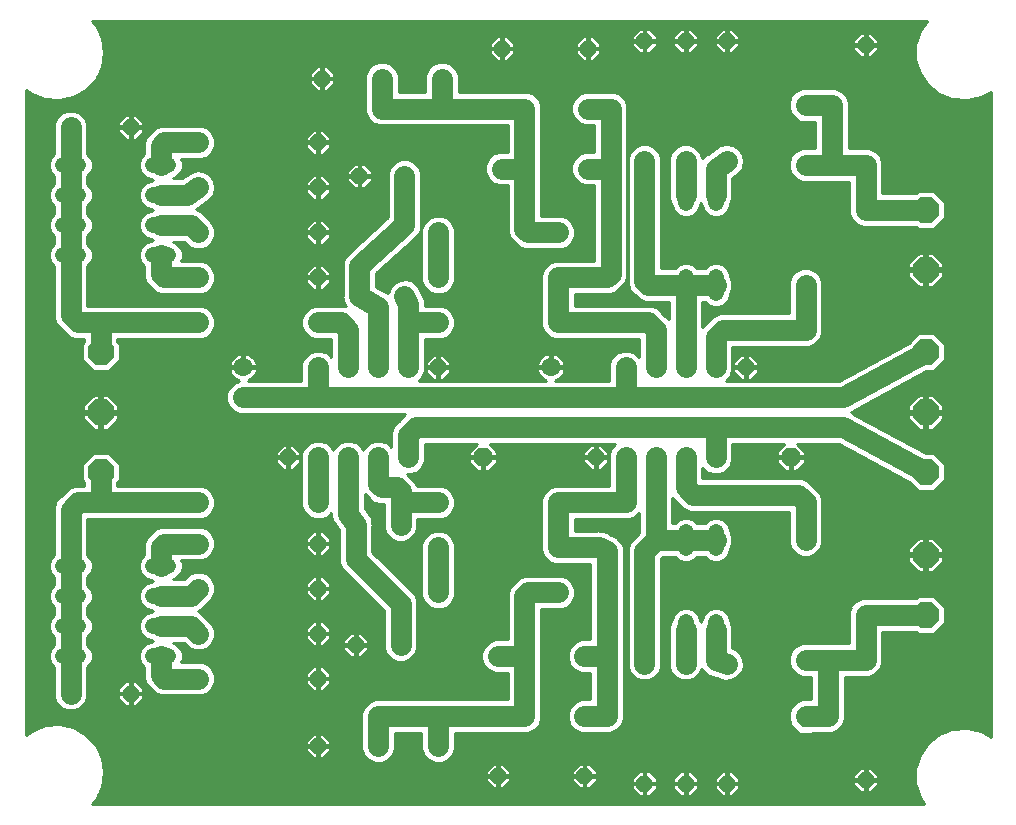
<source format=gbl>
G75*
%MOIN*%
%OFA0B0*%
%FSLAX24Y24*%
%IPPOS*%
%LPD*%
%AMOC8*
5,1,8,0,0,1.08239X$1,22.5*
%
%ADD10OC8,0.0850*%
%ADD11OC8,0.0520*%
%ADD12OC8,0.0630*%
%ADD13C,0.0630*%
%ADD14OC8,0.0600*%
%ADD15C,0.0520*%
%ADD16C,0.0700*%
%ADD17C,0.0100*%
D10*
X003150Y011650D03*
X003150Y013650D03*
X003150Y015650D03*
X030650Y015650D03*
X030650Y013650D03*
X030650Y011650D03*
X030650Y008900D03*
X030650Y006900D03*
X030650Y018400D03*
X030650Y020400D03*
D11*
X028650Y021900D03*
X028650Y025900D03*
X024025Y026025D03*
X022650Y026025D03*
X021275Y026025D03*
X019400Y025775D03*
X019400Y023775D03*
X021275Y022025D03*
X022650Y022025D03*
X024025Y022025D03*
X019400Y021775D03*
X018400Y019650D03*
X018400Y018150D03*
X018400Y016650D03*
X019650Y014150D03*
X019650Y012150D03*
X018400Y010650D03*
X018400Y009150D03*
X018400Y007650D03*
X019275Y005525D03*
X021275Y005275D03*
X022650Y005275D03*
X024025Y005275D03*
X028650Y005400D03*
X028650Y001400D03*
X024025Y001275D03*
X022650Y001275D03*
X021275Y001275D03*
X019275Y001525D03*
X019275Y003525D03*
X016400Y003525D03*
X014400Y002525D03*
X012400Y002525D03*
X010400Y002525D03*
X010400Y004775D03*
X011650Y005900D03*
X010400Y006275D03*
X010400Y007775D03*
X010400Y009275D03*
X011650Y009900D03*
X010400Y010650D03*
X009400Y012150D03*
X009400Y014150D03*
X010400Y016650D03*
X011775Y017525D03*
X013275Y017525D03*
X014400Y018150D03*
X014400Y019650D03*
X013275Y021525D03*
X011775Y021525D03*
X010400Y021150D03*
X010400Y022650D03*
X010525Y024775D03*
X012525Y024775D03*
X014525Y024775D03*
X016525Y023775D03*
X016525Y025775D03*
X016525Y021775D03*
X010400Y019650D03*
X010400Y018150D03*
X006400Y018150D03*
X006400Y019650D03*
X006400Y021150D03*
X006400Y022650D03*
X004150Y023150D03*
X002150Y023150D03*
X006400Y016650D03*
X006400Y010650D03*
X006400Y009275D03*
X006400Y007775D03*
X006400Y006275D03*
X006400Y004775D03*
X004150Y004275D03*
X002150Y004275D03*
X013150Y005900D03*
X014400Y007650D03*
X014400Y009150D03*
X013150Y009900D03*
X014400Y010650D03*
X014400Y013150D03*
X014400Y015150D03*
X014400Y016650D03*
X021650Y010900D03*
X024650Y013150D03*
X024650Y015150D03*
X022650Y016400D03*
X026650Y016400D03*
X025650Y010900D03*
X016400Y005525D03*
X016400Y001525D03*
D12*
X015900Y012150D03*
X013400Y012150D03*
X012400Y012150D03*
X011400Y012150D03*
X010400Y012150D03*
X007900Y014150D03*
X010400Y015150D03*
X011400Y015150D03*
X012400Y015150D03*
X013400Y015150D03*
X018150Y014150D03*
X020650Y015150D03*
X021650Y015150D03*
X022650Y015150D03*
X023650Y015150D03*
X023650Y012150D03*
X022650Y012150D03*
X021650Y012150D03*
X020650Y012150D03*
X026150Y012150D03*
D13*
X026150Y013150D03*
X018150Y015150D03*
X015900Y013150D03*
X007900Y015150D03*
D14*
X026650Y017900D03*
X026650Y021900D03*
X026650Y023850D03*
X026650Y009400D03*
X026650Y005400D03*
X026650Y003450D03*
D15*
X023650Y006140D02*
X023650Y006660D01*
X022650Y006660D02*
X022650Y006140D01*
X022650Y009140D02*
X022650Y009660D01*
X023650Y009660D02*
X023650Y009140D01*
X023650Y017640D02*
X023650Y018160D01*
X022650Y018160D02*
X022650Y017640D01*
X022650Y020640D02*
X022650Y021160D01*
X023650Y021160D02*
X023650Y020640D01*
X005410Y020900D02*
X004890Y020900D01*
X004890Y019900D02*
X005410Y019900D01*
X005410Y018900D02*
X004890Y018900D01*
X002410Y018900D02*
X001890Y018900D01*
X001890Y019900D02*
X002410Y019900D01*
X002410Y020900D02*
X001890Y020900D01*
X001890Y021900D02*
X002410Y021900D01*
X004890Y021900D02*
X005410Y021900D01*
X005410Y008525D02*
X004890Y008525D01*
X004890Y007525D02*
X005410Y007525D01*
X005410Y006525D02*
X004890Y006525D01*
X004890Y005525D02*
X005410Y005525D01*
X002410Y005525D02*
X001890Y005525D01*
X001890Y006525D02*
X002410Y006525D01*
X002410Y007525D02*
X001890Y007525D01*
X001890Y008525D02*
X002410Y008525D01*
D16*
X002150Y008525D02*
X002150Y010400D01*
X002400Y010650D01*
X003150Y010650D01*
X003150Y011650D01*
X003150Y010650D02*
X006400Y010650D01*
X006400Y009275D02*
X005275Y009275D01*
X005150Y009150D01*
X005150Y008525D01*
X005150Y007525D02*
X006150Y007525D01*
X006400Y007775D01*
X006150Y006525D02*
X005150Y006525D01*
X005150Y005525D02*
X005150Y004900D01*
X005275Y004775D01*
X006400Y004775D01*
X006400Y006275D02*
X006150Y006525D01*
X002150Y006525D02*
X002150Y005525D01*
X002150Y004275D01*
X002150Y006525D02*
X002150Y007525D01*
X002150Y008525D01*
X007900Y014150D02*
X009400Y014150D01*
X010400Y014150D01*
X018150Y014150D01*
X019650Y014150D01*
X020650Y014150D01*
X027900Y014150D01*
X030650Y015650D01*
X027900Y013150D02*
X030650Y011650D01*
X027900Y013150D02*
X026150Y013150D01*
X024650Y013150D01*
X023650Y013150D01*
X015900Y013150D01*
X014400Y013150D01*
X013650Y013150D01*
X013400Y012900D01*
X013400Y012150D01*
X012400Y012150D02*
X012400Y011275D01*
X012525Y011150D01*
X013025Y011150D01*
X013150Y011025D01*
X013150Y010650D01*
X014400Y010650D01*
X013150Y010650D02*
X013150Y009900D01*
X014400Y009150D02*
X014400Y007650D01*
X013150Y007275D02*
X011650Y008775D01*
X011650Y009900D01*
X011400Y010275D01*
X011400Y012150D01*
X010400Y012150D02*
X010400Y010650D01*
X010400Y014150D02*
X010400Y015150D01*
X011400Y015150D02*
X011400Y016400D01*
X011150Y016650D01*
X010400Y016650D01*
X011775Y017525D02*
X012400Y017150D01*
X012400Y015150D01*
X013400Y015150D02*
X013400Y016650D01*
X013400Y017275D01*
X013275Y017525D01*
X013400Y016650D02*
X014400Y016650D01*
X014400Y018150D02*
X014400Y019650D01*
X013275Y019900D02*
X011775Y018525D01*
X011775Y017525D01*
X013275Y019900D02*
X013275Y021525D01*
X012525Y023775D02*
X014525Y023775D01*
X016525Y023775D01*
X017275Y023775D01*
X017275Y021775D01*
X017275Y019775D01*
X017400Y019650D01*
X018400Y019650D01*
X018400Y018150D02*
X020025Y018150D01*
X020150Y018275D01*
X020150Y021775D01*
X019400Y021775D01*
X020150Y021775D02*
X020150Y023775D01*
X019400Y023775D01*
X021275Y022025D02*
X021275Y018025D01*
X021400Y017900D01*
X022650Y017900D01*
X023650Y017900D01*
X022650Y017900D02*
X022650Y016400D01*
X022650Y015150D01*
X021650Y015150D02*
X021650Y016400D01*
X021400Y016650D01*
X018400Y016650D01*
X018400Y018150D01*
X020650Y015150D02*
X020650Y014150D01*
X020650Y012150D02*
X020650Y010650D01*
X018400Y010650D01*
X018400Y009150D01*
X019775Y009150D01*
X020025Y009025D01*
X020025Y005525D01*
X019275Y005525D01*
X020025Y005525D02*
X020025Y003525D01*
X019275Y003525D01*
X017275Y003525D02*
X017275Y005525D01*
X017275Y007525D01*
X017400Y007650D01*
X018400Y007650D01*
X017275Y005525D02*
X016400Y005525D01*
X016400Y003525D02*
X014400Y003525D01*
X014400Y002525D01*
X014400Y003525D02*
X012400Y003525D01*
X012400Y002525D01*
X013150Y005900D02*
X013150Y007275D01*
X016400Y003525D02*
X017275Y003525D01*
X021275Y005275D02*
X021275Y009025D01*
X021713Y009463D01*
X021650Y009525D01*
X021650Y010900D01*
X021650Y012150D01*
X022650Y012150D02*
X022650Y011150D01*
X022900Y010900D01*
X025650Y010900D01*
X026400Y010900D01*
X026650Y010650D01*
X026650Y009400D01*
X023650Y009400D02*
X022650Y009400D01*
X021775Y009400D01*
X021713Y009463D01*
X023650Y012150D02*
X023650Y013150D01*
X023650Y015150D02*
X023650Y016150D01*
X023900Y016400D01*
X026650Y016400D01*
X026650Y017900D01*
X028650Y020400D02*
X028650Y021900D01*
X027525Y021900D01*
X026650Y021900D01*
X027525Y021900D02*
X027525Y023900D01*
X026650Y023900D01*
X024025Y022025D02*
X023650Y021775D01*
X023650Y020900D01*
X022650Y020900D02*
X022650Y022025D01*
X017275Y021775D02*
X016525Y021775D01*
X014525Y023775D02*
X014525Y024775D01*
X012525Y024775D02*
X012525Y023775D01*
X006400Y022650D02*
X005275Y022650D01*
X005150Y022525D01*
X005150Y021900D01*
X005150Y020900D02*
X006025Y020900D01*
X006400Y021150D01*
X006150Y019900D02*
X005150Y019900D01*
X005150Y018900D02*
X005150Y018275D01*
X005275Y018150D01*
X006400Y018150D01*
X006400Y019650D02*
X006150Y019900D01*
X006400Y016650D02*
X003150Y016650D01*
X003150Y015650D01*
X003150Y016650D02*
X002400Y016650D01*
X002150Y016900D01*
X002150Y018900D01*
X002150Y019900D01*
X002150Y020900D01*
X002150Y021900D01*
X002150Y023150D01*
X022650Y006400D02*
X022650Y005275D01*
X023650Y005400D02*
X024025Y005275D01*
X023650Y005400D02*
X023650Y006400D01*
X026650Y005400D02*
X027400Y005400D01*
X028650Y005400D01*
X028650Y006900D01*
X030650Y006900D01*
X027400Y005400D02*
X027400Y003525D01*
X026650Y003525D01*
X028650Y020400D02*
X030650Y020400D01*
D17*
X002980Y000743D02*
X002848Y000600D01*
X030604Y000600D01*
X030449Y000826D01*
X030449Y000826D01*
X030308Y001285D01*
X030308Y001765D01*
X030449Y002224D01*
X030449Y002224D01*
X030720Y002620D01*
X030720Y002620D01*
X030720Y002620D01*
X031095Y002919D01*
X031095Y002919D01*
X031542Y003095D01*
X031542Y003095D01*
X032020Y003130D01*
X032020Y003130D01*
X032488Y003024D01*
X032488Y003024D01*
X032820Y002832D01*
X032820Y024343D01*
X032488Y024151D01*
X032488Y024151D01*
X032020Y024045D01*
X032020Y024045D01*
X031542Y024080D01*
X031542Y024080D01*
X031095Y024256D01*
X031095Y024256D01*
X030720Y024555D01*
X030720Y024555D01*
X030720Y024555D01*
X030449Y024951D01*
X030449Y024951D01*
X030308Y025410D01*
X030308Y025890D01*
X030449Y026349D01*
X030686Y026696D01*
X002851Y026696D01*
X002980Y026557D01*
X002980Y026557D01*
X003188Y026125D01*
X003188Y026125D01*
X003260Y025650D01*
X003188Y025175D01*
X002980Y024743D01*
X002980Y024743D01*
X002654Y024391D01*
X002654Y024391D01*
X002238Y024151D01*
X002238Y024151D01*
X001770Y024045D01*
X001770Y024045D01*
X001292Y024080D01*
X001292Y024080D01*
X000845Y024256D01*
X000845Y024256D01*
X000651Y024410D01*
X000651Y002890D01*
X000845Y003044D01*
X000845Y003044D01*
X001292Y003220D01*
X001292Y003220D01*
X001770Y003255D01*
X001770Y003255D01*
X002238Y003149D01*
X002238Y003149D01*
X002654Y002909D01*
X002654Y002909D01*
X002980Y002557D01*
X002980Y002557D01*
X003188Y002125D01*
X003188Y002125D01*
X003260Y001650D01*
X003188Y001175D01*
X003188Y001175D01*
X002980Y000743D01*
X002980Y000743D01*
X002978Y000741D02*
X030508Y000741D01*
X030445Y000840D02*
X003027Y000840D01*
X003074Y000938D02*
X021032Y000938D01*
X021105Y000865D02*
X020865Y001105D01*
X020865Y001245D01*
X021245Y001245D01*
X021245Y001305D01*
X021245Y001685D01*
X021105Y001685D01*
X020865Y001445D01*
X020865Y001305D01*
X021245Y001305D01*
X021305Y001305D01*
X021305Y001685D01*
X021445Y001685D01*
X021685Y001445D01*
X021685Y001305D01*
X021305Y001305D01*
X021305Y001245D01*
X021685Y001245D01*
X021685Y001105D01*
X021445Y000865D01*
X021305Y000865D01*
X021305Y001245D01*
X021245Y001245D01*
X021245Y000865D01*
X021105Y000865D01*
X021245Y000938D02*
X021305Y000938D01*
X021305Y001037D02*
X021245Y001037D01*
X021245Y001135D02*
X021305Y001135D01*
X021305Y001234D02*
X021245Y001234D01*
X021245Y001332D02*
X021305Y001332D01*
X021305Y001431D02*
X021245Y001431D01*
X021245Y001529D02*
X021305Y001529D01*
X021305Y001628D02*
X021245Y001628D01*
X021048Y001628D02*
X019685Y001628D01*
X019685Y001695D02*
X019685Y001555D01*
X019305Y001555D01*
X019245Y001555D01*
X019245Y001935D01*
X019105Y001935D01*
X018865Y001695D01*
X018865Y001555D01*
X019245Y001555D01*
X019245Y001495D01*
X018865Y001495D01*
X018865Y001355D01*
X019105Y001115D01*
X019245Y001115D01*
X019245Y001495D01*
X019305Y001495D01*
X019305Y001555D01*
X019305Y001935D01*
X019445Y001935D01*
X019685Y001695D01*
X019654Y001726D02*
X028396Y001726D01*
X028480Y001810D02*
X028240Y001570D01*
X028240Y001430D01*
X028620Y001430D01*
X028620Y001810D01*
X028480Y001810D01*
X028620Y001726D02*
X028680Y001726D01*
X028680Y001810D02*
X028680Y001430D01*
X028620Y001430D01*
X028620Y001370D01*
X028240Y001370D01*
X028240Y001230D01*
X028480Y000990D01*
X028620Y000990D01*
X028620Y001370D01*
X028680Y001370D01*
X028680Y001430D01*
X029060Y001430D01*
X029060Y001570D01*
X028820Y001810D01*
X028680Y001810D01*
X028680Y001628D02*
X028620Y001628D01*
X028620Y001529D02*
X028680Y001529D01*
X028680Y001431D02*
X028620Y001431D01*
X028680Y001370D02*
X028680Y000990D01*
X028820Y000990D01*
X029060Y001230D01*
X029060Y001370D01*
X028680Y001370D01*
X028680Y001332D02*
X028620Y001332D01*
X028620Y001234D02*
X028680Y001234D01*
X028680Y001135D02*
X028620Y001135D01*
X028620Y001037D02*
X028680Y001037D01*
X028866Y001037D02*
X030385Y001037D01*
X030354Y001135D02*
X028965Y001135D01*
X029060Y001234D02*
X030324Y001234D01*
X030308Y001332D02*
X029060Y001332D01*
X029060Y001431D02*
X030308Y001431D01*
X030308Y001529D02*
X029060Y001529D01*
X029002Y001628D02*
X030308Y001628D01*
X030308Y001726D02*
X028904Y001726D01*
X028298Y001628D02*
X024252Y001628D01*
X024195Y001685D02*
X024055Y001685D01*
X024055Y001305D01*
X023995Y001305D01*
X023995Y001685D01*
X023855Y001685D01*
X023615Y001445D01*
X023615Y001305D01*
X023995Y001305D01*
X023995Y001245D01*
X023615Y001245D01*
X023615Y001105D01*
X023855Y000865D01*
X023995Y000865D01*
X023995Y001245D01*
X024055Y001245D01*
X024055Y001305D01*
X024435Y001305D01*
X024435Y001445D01*
X024195Y001685D01*
X024055Y001628D02*
X023995Y001628D01*
X023995Y001529D02*
X024055Y001529D01*
X024055Y001431D02*
X023995Y001431D01*
X023995Y001332D02*
X024055Y001332D01*
X024055Y001245D02*
X024435Y001245D01*
X024435Y001105D01*
X024195Y000865D01*
X024055Y000865D01*
X024055Y001245D01*
X024055Y001234D02*
X023995Y001234D01*
X023995Y001135D02*
X024055Y001135D01*
X024055Y001037D02*
X023995Y001037D01*
X023995Y000938D02*
X024055Y000938D01*
X024268Y000938D02*
X030415Y000938D01*
X030575Y000643D02*
X002887Y000643D01*
X003122Y001037D02*
X020934Y001037D01*
X020865Y001135D02*
X019465Y001135D01*
X019445Y001115D02*
X019685Y001355D01*
X019685Y001495D01*
X019305Y001495D01*
X019305Y001115D01*
X019445Y001115D01*
X019305Y001135D02*
X019245Y001135D01*
X019245Y001234D02*
X019305Y001234D01*
X019305Y001332D02*
X019245Y001332D01*
X019245Y001431D02*
X019305Y001431D01*
X019305Y001529D02*
X020949Y001529D01*
X020865Y001431D02*
X019685Y001431D01*
X019662Y001332D02*
X020865Y001332D01*
X020865Y001234D02*
X019563Y001234D01*
X019245Y001529D02*
X016430Y001529D01*
X016430Y001555D02*
X016810Y001555D01*
X016810Y001695D01*
X016570Y001935D01*
X016430Y001935D01*
X016430Y001555D01*
X016370Y001555D01*
X016370Y001935D01*
X016230Y001935D01*
X015990Y001695D01*
X015990Y001555D01*
X016370Y001555D01*
X016370Y001495D01*
X015990Y001495D01*
X015990Y001355D01*
X016230Y001115D01*
X016370Y001115D01*
X016370Y001495D01*
X016430Y001495D01*
X016430Y001555D01*
X016430Y001495D02*
X016810Y001495D01*
X016810Y001355D01*
X016570Y001115D01*
X016430Y001115D01*
X016430Y001495D01*
X016430Y001431D02*
X016370Y001431D01*
X016370Y001529D02*
X003242Y001529D01*
X003257Y001628D02*
X015990Y001628D01*
X016021Y001726D02*
X003249Y001726D01*
X003234Y001825D02*
X016120Y001825D01*
X016218Y001923D02*
X003219Y001923D01*
X003204Y002022D02*
X012152Y002022D01*
X012083Y002050D02*
X012289Y001965D01*
X012511Y001965D01*
X012717Y002050D01*
X012875Y002208D01*
X012960Y002414D01*
X012960Y002965D01*
X013840Y002965D01*
X013840Y002414D01*
X013925Y002208D01*
X014083Y002050D01*
X014289Y001965D01*
X014511Y001965D01*
X014717Y002050D01*
X014875Y002208D01*
X014960Y002414D01*
X014960Y002965D01*
X017386Y002965D01*
X017592Y003050D01*
X017750Y003208D01*
X017835Y003414D01*
X017835Y007090D01*
X018511Y007090D01*
X018717Y007175D01*
X018875Y007333D01*
X018960Y007539D01*
X018960Y007761D01*
X018875Y007967D01*
X018717Y008125D01*
X018511Y008210D01*
X017289Y008210D01*
X017083Y008125D01*
X016925Y007967D01*
X016800Y007842D01*
X016715Y007636D01*
X014960Y007636D01*
X014960Y007539D02*
X014875Y007333D01*
X014717Y007175D01*
X014511Y007090D01*
X014289Y007090D01*
X014083Y007175D01*
X013925Y007333D01*
X013840Y007539D01*
X013840Y009261D01*
X013925Y009467D01*
X014083Y009625D01*
X014289Y009710D01*
X014511Y009710D01*
X014717Y009625D01*
X014875Y009467D01*
X014960Y009261D01*
X014960Y007539D01*
X014960Y007538D02*
X016715Y007538D01*
X016715Y007636D02*
X016715Y006085D01*
X016289Y006085D01*
X016083Y006000D01*
X015925Y005842D01*
X015840Y005636D01*
X015840Y005414D01*
X015925Y005208D01*
X016083Y005050D01*
X016289Y004965D01*
X016715Y004965D01*
X016715Y004085D01*
X012289Y004085D01*
X012083Y004000D01*
X011925Y003842D01*
X011840Y003636D01*
X011840Y003414D01*
X011840Y002414D01*
X011925Y002208D01*
X012083Y002050D01*
X012013Y002120D02*
X010575Y002120D01*
X010570Y002115D02*
X010810Y002355D01*
X010810Y002495D01*
X010430Y002495D01*
X010430Y002555D01*
X010810Y002555D01*
X010810Y002695D01*
X010570Y002935D01*
X010430Y002935D01*
X010430Y002555D01*
X010370Y002555D01*
X010370Y002935D01*
X010230Y002935D01*
X009990Y002695D01*
X009990Y002555D01*
X010370Y002555D01*
X010370Y002495D01*
X010430Y002495D01*
X010430Y002115D01*
X010570Y002115D01*
X010430Y002120D02*
X010370Y002120D01*
X010370Y002115D02*
X010370Y002495D01*
X009990Y002495D01*
X009990Y002355D01*
X010230Y002115D01*
X010370Y002115D01*
X010370Y002219D02*
X010430Y002219D01*
X010430Y002317D02*
X010370Y002317D01*
X010370Y002416D02*
X010430Y002416D01*
X010430Y002514D02*
X011840Y002514D01*
X011840Y002416D02*
X010810Y002416D01*
X010772Y002317D02*
X011880Y002317D01*
X011921Y002219D02*
X010673Y002219D01*
X010810Y002613D02*
X011840Y002613D01*
X011840Y002711D02*
X010794Y002711D01*
X010695Y002810D02*
X011840Y002810D01*
X011840Y002908D02*
X010597Y002908D01*
X010430Y002908D02*
X010370Y002908D01*
X010370Y002810D02*
X010430Y002810D01*
X010430Y002711D02*
X010370Y002711D01*
X010370Y002613D02*
X010430Y002613D01*
X010370Y002514D02*
X003001Y002514D01*
X003048Y002416D02*
X009990Y002416D01*
X010028Y002317D02*
X003096Y002317D01*
X003143Y002219D02*
X010127Y002219D01*
X010225Y002120D02*
X003189Y002120D01*
X002929Y002613D02*
X009990Y002613D01*
X010006Y002711D02*
X002837Y002711D01*
X002746Y002810D02*
X010105Y002810D01*
X010203Y002908D02*
X002655Y002908D01*
X002484Y003007D02*
X011840Y003007D01*
X011840Y003105D02*
X002314Y003105D01*
X001998Y003204D02*
X011840Y003204D01*
X011840Y003302D02*
X000651Y003302D01*
X000651Y003204D02*
X001251Y003204D01*
X001000Y003105D02*
X000651Y003105D01*
X000651Y003007D02*
X000798Y003007D01*
X000674Y002908D02*
X000651Y002908D01*
X000651Y003401D02*
X011840Y003401D01*
X011840Y003499D02*
X000651Y003499D01*
X000651Y003598D02*
X011840Y003598D01*
X011865Y003696D02*
X000651Y003696D01*
X000651Y003795D02*
X001847Y003795D01*
X001833Y003800D02*
X002039Y003715D01*
X002261Y003715D01*
X002467Y003800D01*
X002625Y003958D01*
X002710Y004164D01*
X002710Y005160D01*
X002808Y005259D01*
X002880Y005432D01*
X002880Y005618D01*
X002808Y005791D01*
X002710Y005890D01*
X002710Y006160D01*
X002808Y006259D01*
X002880Y006432D01*
X002880Y006618D01*
X002808Y006791D01*
X002710Y006890D01*
X002710Y007160D01*
X002808Y007259D01*
X002880Y007432D01*
X002880Y007618D01*
X002808Y007791D01*
X002710Y007890D01*
X002710Y008160D01*
X002808Y008259D01*
X002880Y008432D01*
X002880Y008618D01*
X002808Y008791D01*
X002710Y008890D01*
X002710Y010090D01*
X006511Y010090D01*
X006717Y010175D01*
X006875Y010333D01*
X006960Y010539D01*
X006960Y010761D01*
X006875Y010967D01*
X006717Y011125D01*
X006511Y011210D01*
X003710Y011210D01*
X003710Y011312D01*
X003785Y011387D01*
X003785Y011913D01*
X003413Y012285D01*
X002887Y012285D01*
X002515Y011913D01*
X002515Y011387D01*
X002590Y011312D01*
X002590Y011210D01*
X002289Y011210D01*
X002083Y011125D01*
X001833Y010875D01*
X001675Y010717D01*
X001590Y010511D01*
X001590Y008890D01*
X001492Y008791D01*
X001420Y008618D01*
X001420Y008432D01*
X001492Y008259D01*
X001590Y008160D01*
X001590Y007890D01*
X001492Y007791D01*
X001420Y007618D01*
X001420Y007432D01*
X001492Y007259D01*
X001590Y007160D01*
X001590Y006890D01*
X001492Y006791D01*
X001420Y006618D01*
X001420Y006432D01*
X001492Y006259D01*
X001590Y006160D01*
X001590Y005890D01*
X001492Y005791D01*
X001420Y005618D01*
X001420Y005432D01*
X001492Y005259D01*
X001590Y005160D01*
X001590Y004164D01*
X001675Y003958D01*
X001833Y003800D01*
X001740Y003893D02*
X000651Y003893D01*
X000651Y003992D02*
X001661Y003992D01*
X001620Y004090D02*
X000651Y004090D01*
X000651Y004189D02*
X001590Y004189D01*
X001590Y004287D02*
X000651Y004287D01*
X000651Y004386D02*
X001590Y004386D01*
X001590Y004484D02*
X000651Y004484D01*
X000651Y004583D02*
X001590Y004583D01*
X001590Y004681D02*
X000651Y004681D01*
X000651Y004780D02*
X001590Y004780D01*
X001590Y004878D02*
X000651Y004878D01*
X000651Y004977D02*
X001590Y004977D01*
X001590Y005075D02*
X000651Y005075D01*
X000651Y005174D02*
X001577Y005174D01*
X001486Y005272D02*
X000651Y005272D01*
X000651Y005371D02*
X001445Y005371D01*
X001420Y005469D02*
X000651Y005469D01*
X000651Y005568D02*
X001420Y005568D01*
X001440Y005666D02*
X000651Y005666D01*
X000651Y005765D02*
X001480Y005765D01*
X001563Y005863D02*
X000651Y005863D01*
X000651Y005962D02*
X001590Y005962D01*
X001590Y006060D02*
X000651Y006060D01*
X000651Y006159D02*
X001590Y006159D01*
X001493Y006257D02*
X000651Y006257D01*
X000651Y006356D02*
X001451Y006356D01*
X001420Y006454D02*
X000651Y006454D01*
X000651Y006553D02*
X001420Y006553D01*
X001433Y006651D02*
X000651Y006651D01*
X000651Y006750D02*
X001474Y006750D01*
X001548Y006848D02*
X000651Y006848D01*
X000651Y006947D02*
X001590Y006947D01*
X001590Y007045D02*
X000651Y007045D01*
X000651Y007144D02*
X001590Y007144D01*
X001508Y007242D02*
X000651Y007242D01*
X000651Y007341D02*
X001458Y007341D01*
X001420Y007439D02*
X000651Y007439D01*
X000651Y007538D02*
X001420Y007538D01*
X001427Y007636D02*
X000651Y007636D01*
X000651Y007735D02*
X001468Y007735D01*
X001533Y007833D02*
X000651Y007833D01*
X000651Y007932D02*
X001590Y007932D01*
X001590Y008030D02*
X000651Y008030D01*
X000651Y008129D02*
X001590Y008129D01*
X001523Y008227D02*
X000651Y008227D01*
X000651Y008326D02*
X001464Y008326D01*
X001423Y008424D02*
X000651Y008424D01*
X000651Y008523D02*
X001420Y008523D01*
X001421Y008621D02*
X000651Y008621D01*
X000651Y008720D02*
X001462Y008720D01*
X001518Y008818D02*
X000651Y008818D01*
X000651Y008917D02*
X001590Y008917D01*
X001590Y009015D02*
X000651Y009015D01*
X000651Y009114D02*
X001590Y009114D01*
X001590Y009212D02*
X000651Y009212D01*
X000651Y009311D02*
X001590Y009311D01*
X001590Y009409D02*
X000651Y009409D01*
X000651Y009508D02*
X001590Y009508D01*
X001590Y009606D02*
X000651Y009606D01*
X000651Y009705D02*
X001590Y009705D01*
X001590Y009803D02*
X000651Y009803D01*
X000651Y009902D02*
X001590Y009902D01*
X001590Y010000D02*
X000651Y010000D01*
X000651Y010099D02*
X001590Y010099D01*
X001590Y010197D02*
X000651Y010197D01*
X000651Y010296D02*
X001590Y010296D01*
X001590Y010394D02*
X000651Y010394D01*
X000651Y010493D02*
X001590Y010493D01*
X001623Y010591D02*
X000651Y010591D01*
X000651Y010690D02*
X001664Y010690D01*
X001746Y010788D02*
X000651Y010788D01*
X000651Y010887D02*
X001845Y010887D01*
X001943Y010985D02*
X000651Y010985D01*
X000651Y011084D02*
X002042Y011084D01*
X002221Y011182D02*
X000651Y011182D01*
X000651Y011281D02*
X002590Y011281D01*
X002523Y011379D02*
X000651Y011379D01*
X000651Y011478D02*
X002515Y011478D01*
X002515Y011576D02*
X000651Y011576D01*
X000651Y011675D02*
X002515Y011675D01*
X002515Y011773D02*
X000651Y011773D01*
X000651Y011872D02*
X002515Y011872D01*
X002572Y011970D02*
X000651Y011970D01*
X000651Y012069D02*
X002671Y012069D01*
X002769Y012167D02*
X000651Y012167D01*
X000651Y012266D02*
X002868Y012266D01*
X003432Y012266D02*
X008990Y012266D01*
X008990Y012320D02*
X008990Y012180D01*
X009370Y012180D01*
X009370Y012560D01*
X009230Y012560D01*
X008990Y012320D01*
X009034Y012364D02*
X000651Y012364D01*
X000651Y012463D02*
X009133Y012463D01*
X009370Y012463D02*
X009430Y012463D01*
X009430Y012560D02*
X009430Y012180D01*
X009370Y012180D01*
X009370Y012120D01*
X008990Y012120D01*
X008990Y011980D01*
X009230Y011740D01*
X009370Y011740D01*
X009370Y012120D01*
X009430Y012120D01*
X009430Y012180D01*
X009810Y012180D01*
X009810Y012320D01*
X009570Y012560D01*
X009430Y012560D01*
X009430Y012364D02*
X009370Y012364D01*
X009370Y012266D02*
X009430Y012266D01*
X009430Y012167D02*
X009840Y012167D01*
X009810Y012120D02*
X009430Y012120D01*
X009430Y011740D01*
X009570Y011740D01*
X009810Y011980D01*
X009810Y012120D01*
X009810Y012069D02*
X009840Y012069D01*
X009840Y011970D02*
X009800Y011970D01*
X009840Y011872D02*
X009701Y011872D01*
X009603Y011773D02*
X009840Y011773D01*
X009840Y011675D02*
X003785Y011675D01*
X003785Y011773D02*
X009197Y011773D01*
X009099Y011872D02*
X003785Y011872D01*
X003728Y011970D02*
X009000Y011970D01*
X008990Y012069D02*
X003629Y012069D01*
X003531Y012167D02*
X009370Y012167D01*
X009370Y012069D02*
X009430Y012069D01*
X009430Y011970D02*
X009370Y011970D01*
X009370Y011872D02*
X009430Y011872D01*
X009430Y011773D02*
X009370Y011773D01*
X009840Y011576D02*
X003785Y011576D01*
X003785Y011478D02*
X009840Y011478D01*
X009840Y011379D02*
X003777Y011379D01*
X003710Y011281D02*
X009840Y011281D01*
X009840Y011182D02*
X006579Y011182D01*
X006758Y011084D02*
X009840Y011084D01*
X009840Y010985D02*
X006857Y010985D01*
X006908Y010887D02*
X009840Y010887D01*
X009840Y010788D02*
X006949Y010788D01*
X006960Y010690D02*
X009840Y010690D01*
X009840Y010591D02*
X006960Y010591D01*
X006941Y010493D02*
X009859Y010493D01*
X009840Y010539D02*
X009925Y010333D01*
X010083Y010175D01*
X010289Y010090D01*
X010511Y010090D01*
X010717Y010175D01*
X010832Y010290D01*
X010829Y010276D01*
X010840Y010220D01*
X010840Y010164D01*
X010861Y010112D01*
X010872Y010057D01*
X010904Y010010D01*
X010925Y009958D01*
X010965Y009918D01*
X011090Y009730D01*
X011090Y008664D01*
X011175Y008458D01*
X011333Y008300D01*
X012590Y007043D01*
X012590Y005789D01*
X012675Y005583D01*
X012833Y005425D01*
X013039Y005340D01*
X013261Y005340D01*
X013467Y005425D01*
X013625Y005583D01*
X013710Y005789D01*
X013710Y007386D01*
X013625Y007592D01*
X012210Y009007D01*
X012210Y009845D01*
X012221Y009899D01*
X012210Y009955D01*
X012210Y010011D01*
X012189Y010063D01*
X012178Y010118D01*
X012146Y010165D01*
X012125Y010217D01*
X012085Y010257D01*
X011960Y010445D01*
X011960Y010923D01*
X012083Y010800D01*
X012208Y010675D01*
X012414Y010590D01*
X012590Y010590D01*
X012590Y009789D01*
X012675Y009583D01*
X012833Y009425D01*
X013039Y009340D01*
X013261Y009340D01*
X013467Y009425D01*
X013625Y009583D01*
X013710Y009789D01*
X013710Y010090D01*
X014511Y010090D01*
X014717Y010175D01*
X014875Y010333D01*
X014960Y010539D01*
X014960Y010761D01*
X014875Y010967D01*
X014717Y011125D01*
X014511Y011210D01*
X013680Y011210D01*
X013625Y011342D01*
X013500Y011467D01*
X013500Y011467D01*
X013377Y011590D01*
X013511Y011590D01*
X013596Y011625D01*
X013617Y011625D01*
X013633Y011640D01*
X013717Y011675D01*
X013875Y011833D01*
X013910Y011917D01*
X013925Y011933D01*
X013925Y011954D01*
X013960Y012039D01*
X013960Y012590D01*
X015682Y012590D01*
X015435Y012343D01*
X015435Y012180D01*
X015870Y012180D01*
X015870Y012120D01*
X015930Y012120D01*
X015930Y012180D01*
X016365Y012180D01*
X016365Y012343D01*
X016118Y012590D01*
X020298Y012590D01*
X020175Y012467D01*
X020140Y012383D01*
X020125Y012367D01*
X020125Y012346D01*
X020090Y012261D01*
X020090Y011210D01*
X018289Y011210D01*
X018083Y011125D01*
X017925Y010967D01*
X017840Y010761D01*
X017840Y009039D01*
X017925Y008833D01*
X018083Y008675D01*
X018289Y008590D01*
X019465Y008590D01*
X019465Y006085D01*
X019164Y006085D01*
X018958Y006000D01*
X018800Y005842D01*
X018715Y005636D01*
X018715Y005414D01*
X018800Y005208D01*
X018958Y005050D01*
X019164Y004965D01*
X019465Y004965D01*
X019465Y004085D01*
X019164Y004085D01*
X018958Y004000D01*
X018800Y003842D01*
X018715Y003636D01*
X018715Y003414D01*
X018800Y003208D01*
X018958Y003050D01*
X019164Y002965D01*
X020136Y002965D01*
X020342Y003050D01*
X020500Y003208D01*
X020585Y003414D01*
X020585Y009005D01*
X020591Y009096D01*
X020585Y009116D01*
X020585Y009136D01*
X020550Y009221D01*
X020521Y009308D01*
X020508Y009323D01*
X020500Y009342D01*
X020435Y009407D01*
X020375Y009476D01*
X020357Y009485D01*
X020342Y009500D01*
X020258Y009535D01*
X020107Y009610D01*
X020092Y009625D01*
X020008Y009660D01*
X019926Y009701D01*
X019905Y009702D01*
X019886Y009710D01*
X019795Y009710D01*
X019704Y009716D01*
X019684Y009710D01*
X018960Y009710D01*
X018960Y010090D01*
X020761Y010090D01*
X020967Y010175D01*
X021090Y010298D01*
X021090Y009632D01*
X020800Y009342D01*
X020715Y009136D01*
X020715Y005164D01*
X020800Y004958D01*
X020958Y004800D01*
X021164Y004715D01*
X021386Y004715D01*
X021592Y004800D01*
X021750Y004958D01*
X021835Y005164D01*
X021835Y008793D01*
X021882Y008840D01*
X022285Y008840D01*
X022384Y008742D01*
X022557Y008670D01*
X022743Y008670D01*
X022916Y008742D01*
X023015Y008840D01*
X023285Y008840D01*
X023384Y008742D01*
X023557Y008670D01*
X023743Y008670D01*
X023916Y008742D01*
X024048Y008874D01*
X024120Y009047D01*
X024120Y009078D01*
X024125Y009083D01*
X024210Y009289D01*
X024210Y009511D01*
X024125Y009717D01*
X024120Y009722D01*
X024120Y009753D01*
X024048Y009926D01*
X023916Y010058D01*
X023743Y010130D01*
X023557Y010130D01*
X023384Y010058D01*
X023285Y009960D01*
X023015Y009960D01*
X022916Y010058D01*
X022743Y010130D01*
X022557Y010130D01*
X022384Y010058D01*
X022285Y009960D01*
X022210Y009960D01*
X022210Y010798D01*
X022333Y010675D01*
X022583Y010425D01*
X022789Y010340D01*
X026090Y010340D01*
X026090Y009289D01*
X026175Y009083D01*
X026333Y008925D01*
X026539Y008840D01*
X026761Y008840D01*
X026967Y008925D01*
X027125Y009083D01*
X027210Y009289D01*
X027210Y010761D01*
X027125Y010967D01*
X026875Y011217D01*
X026717Y011375D01*
X026511Y011460D01*
X023210Y011460D01*
X023210Y011798D01*
X023333Y011675D01*
X023417Y011640D01*
X023433Y011625D01*
X023454Y011625D01*
X023539Y011590D01*
X023761Y011590D01*
X023846Y011625D01*
X023867Y011625D01*
X023883Y011640D01*
X023967Y011675D01*
X024125Y011833D01*
X024160Y011917D01*
X024175Y011933D01*
X024175Y011954D01*
X024210Y012039D01*
X024210Y012590D01*
X025932Y012590D01*
X025685Y012343D01*
X025685Y012180D01*
X026120Y012180D01*
X026120Y012120D01*
X026180Y012120D01*
X026180Y012180D01*
X026615Y012180D01*
X026615Y012343D01*
X026368Y012590D01*
X027757Y012590D01*
X030078Y011324D01*
X030387Y011015D01*
X030913Y011015D01*
X031285Y011387D01*
X031285Y011913D01*
X030913Y012285D01*
X030655Y012285D01*
X028239Y013603D01*
X028217Y013625D01*
X028156Y013650D01*
X028217Y013675D01*
X028239Y013697D01*
X030655Y015015D01*
X030913Y015015D01*
X031285Y015387D01*
X031285Y015913D01*
X030913Y016285D01*
X030387Y016285D01*
X030078Y015976D01*
X027757Y014710D01*
X024002Y014710D01*
X024125Y014833D01*
X024160Y014917D01*
X024175Y014933D01*
X024175Y014954D01*
X024210Y015039D01*
X024210Y015840D01*
X026761Y015840D01*
X026967Y015925D01*
X027125Y016083D01*
X027210Y016289D01*
X027210Y018011D01*
X027125Y018217D01*
X026967Y018375D01*
X026761Y018460D01*
X026539Y018460D01*
X026333Y018375D01*
X026175Y018217D01*
X026090Y018011D01*
X026090Y016960D01*
X023789Y016960D01*
X023583Y016875D01*
X023425Y016717D01*
X023210Y016502D01*
X023210Y017340D01*
X023285Y017340D01*
X023384Y017242D01*
X023557Y017170D01*
X023743Y017170D01*
X023916Y017242D01*
X024048Y017374D01*
X024120Y017547D01*
X024120Y017578D01*
X024125Y017583D01*
X024210Y017789D01*
X024210Y018011D01*
X024125Y018217D01*
X024120Y018222D01*
X024120Y018253D01*
X024048Y018426D01*
X023916Y018558D01*
X023743Y018630D01*
X023557Y018630D01*
X023384Y018558D01*
X023285Y018460D01*
X023015Y018460D01*
X022916Y018558D01*
X022743Y018630D01*
X022557Y018630D01*
X022384Y018558D01*
X022285Y018460D01*
X021835Y018460D01*
X021835Y022136D01*
X021750Y022342D01*
X021592Y022500D01*
X021386Y022585D01*
X021164Y022585D01*
X020958Y022500D01*
X020800Y022342D01*
X020715Y022136D01*
X020715Y017914D01*
X020800Y017708D01*
X020958Y017550D01*
X021083Y017425D01*
X021289Y017340D01*
X022090Y017340D01*
X022090Y016752D01*
X021967Y016875D01*
X021875Y016967D01*
X021717Y017125D01*
X021511Y017210D01*
X018960Y017210D01*
X018960Y017590D01*
X020136Y017590D01*
X020342Y017675D01*
X020467Y017800D01*
X020625Y017958D01*
X020710Y018164D01*
X020710Y023886D01*
X020625Y024092D01*
X020467Y024250D01*
X020261Y024335D01*
X019289Y024335D01*
X019083Y024250D01*
X018925Y024092D01*
X018840Y023886D01*
X018840Y023664D01*
X018925Y023458D01*
X019083Y023300D01*
X019289Y023215D01*
X019590Y023215D01*
X019590Y022335D01*
X019289Y022335D01*
X019083Y022250D01*
X018925Y022092D01*
X018840Y021886D01*
X018840Y021664D01*
X018925Y021458D01*
X019083Y021300D01*
X019289Y021215D01*
X019590Y021215D01*
X019590Y018710D01*
X018289Y018710D01*
X018083Y018625D01*
X017925Y018467D01*
X017840Y018261D01*
X017840Y016539D01*
X017925Y016333D01*
X018083Y016175D01*
X018289Y016090D01*
X021090Y016090D01*
X021090Y015502D01*
X020967Y015625D01*
X020883Y015660D01*
X020867Y015675D01*
X020846Y015675D01*
X020761Y015710D01*
X020539Y015710D01*
X020454Y015675D01*
X020433Y015675D01*
X020417Y015660D01*
X020333Y015625D01*
X020175Y015467D01*
X020140Y015383D01*
X020125Y015367D01*
X020125Y015346D01*
X020090Y015261D01*
X020090Y014710D01*
X018301Y014710D01*
X018328Y014719D01*
X018394Y014752D01*
X018453Y014795D01*
X018505Y014847D01*
X018548Y014906D01*
X018581Y014972D01*
X018604Y015041D01*
X018615Y015113D01*
X018615Y015120D01*
X018180Y015120D01*
X018180Y015180D01*
X018120Y015180D01*
X018120Y015615D01*
X018113Y015615D01*
X018041Y015604D01*
X017972Y015581D01*
X017906Y015548D01*
X017847Y015505D01*
X017795Y015453D01*
X017752Y015394D01*
X017719Y015328D01*
X017696Y015259D01*
X017685Y015187D01*
X017685Y015180D01*
X018120Y015180D01*
X018120Y015120D01*
X017685Y015120D01*
X017685Y015113D01*
X017696Y015041D01*
X017719Y014972D01*
X017752Y014906D01*
X017795Y014847D01*
X017847Y014795D01*
X017906Y014752D01*
X017972Y014719D01*
X017999Y014710D01*
X013752Y014710D01*
X013875Y014833D01*
X013910Y014917D01*
X013925Y014933D01*
X013925Y014954D01*
X013960Y015039D01*
X013960Y016090D01*
X014511Y016090D01*
X014717Y016175D01*
X014875Y016333D01*
X014960Y016539D01*
X014960Y016761D01*
X014875Y016967D01*
X014717Y017125D01*
X014511Y017210D01*
X013966Y017210D01*
X013960Y017295D01*
X013960Y017386D01*
X013952Y017405D01*
X013951Y017426D01*
X013910Y017508D01*
X013875Y017592D01*
X013860Y017607D01*
X013726Y017875D01*
X013558Y018021D01*
X013346Y018091D01*
X013124Y018076D01*
X012925Y017976D01*
X012779Y017808D01*
X012718Y017624D01*
X012717Y017625D01*
X012653Y017652D01*
X012335Y017842D01*
X012335Y018279D01*
X013581Y019420D01*
X013592Y019425D01*
X013662Y019495D01*
X013736Y019562D01*
X013741Y019574D01*
X013750Y019583D01*
X013788Y019674D01*
X013830Y019764D01*
X013830Y019777D01*
X013835Y019789D01*
X013835Y019888D01*
X013839Y019987D01*
X013835Y019999D01*
X013835Y021636D01*
X013750Y021842D01*
X013592Y022000D01*
X013386Y022085D01*
X013164Y022085D01*
X012958Y022000D01*
X012800Y021842D01*
X012715Y021636D01*
X012715Y020146D01*
X011469Y019005D01*
X011458Y019000D01*
X011388Y018930D01*
X011314Y018863D01*
X011309Y018851D01*
X011300Y018842D01*
X011262Y018751D01*
X011220Y018661D01*
X011220Y018648D01*
X011215Y018636D01*
X011215Y018537D01*
X011211Y018438D01*
X011215Y018426D01*
X011215Y017566D01*
X011205Y017497D01*
X011215Y017456D01*
X011215Y017414D01*
X011242Y017349D01*
X011259Y017281D01*
X011284Y017247D01*
X011300Y017208D01*
X011324Y017184D01*
X011261Y017210D01*
X010289Y017210D01*
X010083Y017125D01*
X009925Y016967D01*
X009840Y016761D01*
X009840Y016539D01*
X009925Y016333D01*
X010083Y016175D01*
X010289Y016090D01*
X010840Y016090D01*
X010840Y015502D01*
X010717Y015625D01*
X010633Y015660D01*
X010617Y015675D01*
X010596Y015675D01*
X010511Y015710D01*
X010289Y015710D01*
X010204Y015675D01*
X010183Y015675D01*
X010167Y015660D01*
X010083Y015625D01*
X009925Y015467D01*
X009890Y015383D01*
X009875Y015367D01*
X009875Y015346D01*
X009840Y015261D01*
X009840Y014710D01*
X008051Y014710D01*
X008078Y014719D01*
X008144Y014752D01*
X008203Y014795D01*
X008255Y014847D01*
X008298Y014906D01*
X008331Y014972D01*
X008354Y015041D01*
X008365Y015113D01*
X008365Y015120D01*
X007930Y015120D01*
X007930Y015180D01*
X007870Y015180D01*
X007870Y015615D01*
X007863Y015615D01*
X007791Y015604D01*
X007722Y015581D01*
X007656Y015548D01*
X007597Y015505D01*
X007545Y015453D01*
X007502Y015394D01*
X007469Y015328D01*
X007446Y015259D01*
X007435Y015187D01*
X007435Y015180D01*
X007870Y015180D01*
X007870Y015120D01*
X007435Y015120D01*
X007435Y015113D01*
X007446Y015041D01*
X007469Y014972D01*
X007502Y014906D01*
X007545Y014847D01*
X007597Y014795D01*
X007656Y014752D01*
X007722Y014719D01*
X007771Y014703D01*
X007704Y014675D01*
X007683Y014675D01*
X007667Y014660D01*
X007583Y014625D01*
X007425Y014467D01*
X007390Y014383D01*
X007375Y014367D01*
X007375Y014346D01*
X007340Y014261D01*
X007340Y014039D01*
X007375Y013954D01*
X007375Y013933D01*
X007390Y013917D01*
X007425Y013833D01*
X007583Y013675D01*
X007667Y013640D01*
X007683Y013625D01*
X007704Y013625D01*
X007789Y013590D01*
X013298Y013590D01*
X013175Y013467D01*
X013083Y013375D01*
X012925Y013217D01*
X012840Y013011D01*
X012840Y012502D01*
X012717Y012625D01*
X012633Y012660D01*
X012617Y012675D01*
X012596Y012675D01*
X012511Y012710D01*
X012289Y012710D01*
X012204Y012675D01*
X012183Y012675D01*
X012167Y012660D01*
X012083Y012625D01*
X011925Y012467D01*
X011900Y012406D01*
X011875Y012467D01*
X011717Y012625D01*
X011633Y012660D01*
X011617Y012675D01*
X011596Y012675D01*
X011511Y012710D01*
X011289Y012710D01*
X011204Y012675D01*
X011183Y012675D01*
X011167Y012660D01*
X011083Y012625D01*
X010925Y012467D01*
X010900Y012406D01*
X010875Y012467D01*
X010717Y012625D01*
X010633Y012660D01*
X010617Y012675D01*
X010596Y012675D01*
X010511Y012710D01*
X010289Y012710D01*
X010204Y012675D01*
X010183Y012675D01*
X010167Y012660D01*
X010083Y012625D01*
X009925Y012467D01*
X009890Y012383D01*
X009875Y012367D01*
X009875Y012346D01*
X009840Y012261D01*
X009840Y010539D01*
X009900Y010394D02*
X006900Y010394D01*
X006837Y010296D02*
X009963Y010296D01*
X010061Y010197D02*
X006739Y010197D01*
X006532Y010099D02*
X010268Y010099D01*
X010532Y010099D02*
X010864Y010099D01*
X010840Y010197D02*
X010739Y010197D01*
X010908Y010000D02*
X002710Y010000D01*
X002710Y009902D02*
X010976Y009902D01*
X011042Y009803D02*
X006589Y009803D01*
X006511Y009835D02*
X005164Y009835D01*
X004958Y009750D01*
X004800Y009592D01*
X004675Y009467D01*
X004590Y009261D01*
X004590Y008890D01*
X004492Y008791D01*
X004420Y008618D01*
X004420Y008432D01*
X004492Y008259D01*
X004624Y008127D01*
X004797Y008055D01*
X004828Y008055D01*
X004833Y008050D01*
X004894Y008025D01*
X004833Y008000D01*
X004828Y007995D01*
X004797Y007995D01*
X004624Y007923D01*
X004492Y007791D01*
X004420Y007618D01*
X004420Y007432D01*
X004492Y007259D01*
X004624Y007127D01*
X004797Y007055D01*
X004828Y007055D01*
X004833Y007050D01*
X004894Y007025D01*
X004833Y007000D01*
X004828Y006995D01*
X004797Y006995D01*
X004624Y006923D01*
X004492Y006791D01*
X004420Y006618D01*
X004420Y006432D01*
X004492Y006259D01*
X004624Y006127D01*
X004797Y006055D01*
X004828Y006055D01*
X004833Y006050D01*
X004894Y006025D01*
X004833Y006000D01*
X004828Y005995D01*
X004797Y005995D01*
X004624Y005923D01*
X004492Y005791D01*
X004420Y005618D01*
X004420Y005432D01*
X004492Y005259D01*
X004590Y005160D01*
X004590Y004789D01*
X004675Y004583D01*
X004800Y004458D01*
X004958Y004300D01*
X005164Y004215D01*
X006511Y004215D01*
X006717Y004300D01*
X006875Y004458D01*
X006960Y004664D01*
X006960Y004886D01*
X006875Y005092D01*
X006717Y005250D01*
X006511Y005335D01*
X005840Y005335D01*
X005880Y005432D01*
X005880Y005618D01*
X005808Y005791D01*
X005676Y005923D01*
X005576Y005965D01*
X005918Y005965D01*
X006083Y005800D01*
X006289Y005715D01*
X006511Y005715D01*
X006717Y005800D01*
X006875Y005958D01*
X006960Y006164D01*
X006960Y006386D01*
X006875Y006592D01*
X006467Y007000D01*
X006406Y007025D01*
X006467Y007050D01*
X006625Y007208D01*
X006875Y007458D01*
X006960Y007664D01*
X006960Y007886D01*
X006875Y008092D01*
X006717Y008250D01*
X006511Y008335D01*
X006289Y008335D01*
X006083Y008250D01*
X005918Y008085D01*
X005576Y008085D01*
X005676Y008127D01*
X005808Y008259D01*
X005880Y008432D01*
X005880Y008618D01*
X005840Y008715D01*
X006511Y008715D01*
X006717Y008800D01*
X006875Y008958D01*
X006960Y009164D01*
X006960Y009386D01*
X006875Y009592D01*
X006717Y009750D01*
X006511Y009835D01*
X006762Y009705D02*
X011090Y009705D01*
X011090Y009606D02*
X010649Y009606D01*
X010570Y009685D02*
X010430Y009685D01*
X010430Y009305D01*
X010810Y009305D01*
X010810Y009445D01*
X010570Y009685D01*
X010430Y009606D02*
X010370Y009606D01*
X010370Y009685D02*
X010230Y009685D01*
X009990Y009445D01*
X009990Y009305D01*
X010370Y009305D01*
X010370Y009685D01*
X010370Y009508D02*
X010430Y009508D01*
X010430Y009409D02*
X010370Y009409D01*
X010370Y009311D02*
X010430Y009311D01*
X010430Y009305D02*
X010370Y009305D01*
X010370Y009245D01*
X010430Y009245D01*
X010430Y009305D01*
X010430Y009245D02*
X010810Y009245D01*
X010810Y009105D01*
X010570Y008865D01*
X010430Y008865D01*
X010430Y009245D01*
X010430Y009212D02*
X010370Y009212D01*
X010370Y009245D02*
X010370Y008865D01*
X010230Y008865D01*
X009990Y009105D01*
X009990Y009245D01*
X010370Y009245D01*
X010370Y009114D02*
X010430Y009114D01*
X010430Y009015D02*
X010370Y009015D01*
X010370Y008917D02*
X010430Y008917D01*
X010621Y008917D02*
X011090Y008917D01*
X011090Y009015D02*
X010720Y009015D01*
X010810Y009114D02*
X011090Y009114D01*
X011090Y009212D02*
X010810Y009212D01*
X010810Y009311D02*
X011090Y009311D01*
X011090Y009409D02*
X010810Y009409D01*
X010747Y009508D02*
X011090Y009508D01*
X011090Y008818D02*
X006735Y008818D01*
X006833Y008917D02*
X010179Y008917D01*
X010080Y009015D02*
X006898Y009015D01*
X006939Y009114D02*
X009990Y009114D01*
X009990Y009212D02*
X006960Y009212D01*
X006960Y009311D02*
X009990Y009311D01*
X009990Y009409D02*
X006951Y009409D01*
X006910Y009508D02*
X010053Y009508D01*
X010151Y009606D02*
X006861Y009606D01*
X006522Y008720D02*
X011090Y008720D01*
X011108Y008621D02*
X005879Y008621D01*
X005880Y008523D02*
X011148Y008523D01*
X011209Y008424D02*
X005877Y008424D01*
X005836Y008326D02*
X006266Y008326D01*
X006060Y008227D02*
X005777Y008227D01*
X005678Y008129D02*
X005962Y008129D01*
X006534Y008326D02*
X011308Y008326D01*
X011406Y008227D02*
X006740Y008227D01*
X006838Y008129D02*
X010174Y008129D01*
X010230Y008185D02*
X009990Y007945D01*
X009990Y007805D01*
X010370Y007805D01*
X010370Y008185D01*
X010230Y008185D01*
X010370Y008129D02*
X010430Y008129D01*
X010430Y008185D02*
X010570Y008185D01*
X010810Y007945D01*
X010810Y007805D01*
X010430Y007805D01*
X010430Y007745D01*
X010810Y007745D01*
X010810Y007605D01*
X010570Y007365D01*
X010430Y007365D01*
X010430Y007745D01*
X010370Y007745D01*
X010370Y007365D01*
X010230Y007365D01*
X009990Y007605D01*
X009990Y007745D01*
X010370Y007745D01*
X010370Y007805D01*
X010430Y007805D01*
X010430Y008185D01*
X010430Y008030D02*
X010370Y008030D01*
X010370Y007932D02*
X010430Y007932D01*
X010430Y007833D02*
X010370Y007833D01*
X010370Y007735D02*
X010430Y007735D01*
X010430Y007636D02*
X010370Y007636D01*
X010370Y007538D02*
X010430Y007538D01*
X010430Y007439D02*
X010370Y007439D01*
X010156Y007439D02*
X006856Y007439D01*
X006908Y007538D02*
X010058Y007538D01*
X009990Y007636D02*
X006949Y007636D01*
X006960Y007735D02*
X009990Y007735D01*
X009990Y007833D02*
X006960Y007833D01*
X006941Y007932D02*
X009990Y007932D01*
X010075Y008030D02*
X006901Y008030D01*
X006757Y007341D02*
X012293Y007341D01*
X012194Y007439D02*
X010644Y007439D01*
X010742Y007538D02*
X012096Y007538D01*
X011997Y007636D02*
X010810Y007636D01*
X010810Y007735D02*
X011899Y007735D01*
X011800Y007833D02*
X010810Y007833D01*
X010810Y007932D02*
X011702Y007932D01*
X011603Y008030D02*
X010725Y008030D01*
X010626Y008129D02*
X011505Y008129D01*
X012300Y008917D02*
X013840Y008917D01*
X013840Y009015D02*
X012210Y009015D01*
X012210Y009114D02*
X013840Y009114D01*
X013840Y009212D02*
X012210Y009212D01*
X012210Y009311D02*
X013860Y009311D01*
X013901Y009409D02*
X013428Y009409D01*
X013549Y009508D02*
X013966Y009508D01*
X014064Y009606D02*
X013634Y009606D01*
X013675Y009705D02*
X014275Y009705D01*
X014525Y009705D02*
X017840Y009705D01*
X017840Y009803D02*
X013710Y009803D01*
X013710Y009902D02*
X017840Y009902D01*
X017840Y010000D02*
X013710Y010000D01*
X014532Y010099D02*
X017840Y010099D01*
X017840Y010197D02*
X014739Y010197D01*
X014837Y010296D02*
X017840Y010296D01*
X017840Y010394D02*
X014900Y010394D01*
X014941Y010493D02*
X017840Y010493D01*
X017840Y010591D02*
X014960Y010591D01*
X014960Y010690D02*
X017840Y010690D01*
X017851Y010788D02*
X014949Y010788D01*
X014908Y010887D02*
X017892Y010887D01*
X017943Y010985D02*
X014857Y010985D01*
X014758Y011084D02*
X018042Y011084D01*
X018221Y011182D02*
X014579Y011182D01*
X013715Y011675D02*
X020090Y011675D01*
X020090Y011773D02*
X019853Y011773D01*
X019820Y011740D02*
X020060Y011980D01*
X020060Y012120D01*
X019680Y012120D01*
X019680Y012180D01*
X019620Y012180D01*
X019620Y012560D01*
X019480Y012560D01*
X019240Y012320D01*
X019240Y012180D01*
X019620Y012180D01*
X019620Y012120D01*
X019240Y012120D01*
X019240Y011980D01*
X019480Y011740D01*
X019620Y011740D01*
X019620Y012120D01*
X019680Y012120D01*
X019680Y011740D01*
X019820Y011740D01*
X019680Y011773D02*
X019620Y011773D01*
X019620Y011872D02*
X019680Y011872D01*
X019680Y011970D02*
X019620Y011970D01*
X019620Y012069D02*
X019680Y012069D01*
X019680Y012167D02*
X020090Y012167D01*
X020060Y012180D02*
X020060Y012320D01*
X019820Y012560D01*
X019680Y012560D01*
X019680Y012180D01*
X020060Y012180D01*
X020060Y012266D02*
X020092Y012266D01*
X020125Y012364D02*
X020016Y012364D01*
X019917Y012463D02*
X020173Y012463D01*
X020269Y012561D02*
X016147Y012561D01*
X016245Y012463D02*
X019383Y012463D01*
X019284Y012364D02*
X016344Y012364D01*
X016365Y012266D02*
X019240Y012266D01*
X019240Y012069D02*
X016365Y012069D01*
X016365Y012120D02*
X015930Y012120D01*
X015930Y011685D01*
X016093Y011685D01*
X016365Y011957D01*
X016365Y012120D01*
X016365Y011970D02*
X019250Y011970D01*
X019349Y011872D02*
X016279Y011872D01*
X016181Y011773D02*
X019447Y011773D01*
X019620Y012167D02*
X015930Y012167D01*
X015870Y012167D02*
X013960Y012167D01*
X013960Y012069D02*
X015435Y012069D01*
X015435Y012120D02*
X015435Y011957D01*
X015707Y011685D01*
X015870Y011685D01*
X015870Y012120D01*
X015435Y012120D01*
X015435Y012266D02*
X013960Y012266D01*
X013960Y012364D02*
X015456Y012364D01*
X015555Y012463D02*
X013960Y012463D01*
X013960Y012561D02*
X015653Y012561D01*
X015870Y012069D02*
X015930Y012069D01*
X015930Y011970D02*
X015870Y011970D01*
X015870Y011872D02*
X015930Y011872D01*
X015930Y011773D02*
X015870Y011773D01*
X015619Y011773D02*
X013815Y011773D01*
X013891Y011872D02*
X015521Y011872D01*
X015435Y011970D02*
X013932Y011970D01*
X013489Y011478D02*
X020090Y011478D01*
X020090Y011576D02*
X013391Y011576D01*
X013588Y011379D02*
X020090Y011379D01*
X020090Y011281D02*
X013650Y011281D01*
X012590Y010493D02*
X011960Y010493D01*
X011960Y010591D02*
X012411Y010591D01*
X012194Y010690D02*
X011960Y010690D01*
X011960Y010788D02*
X012095Y010788D01*
X011997Y010887D02*
X011960Y010887D01*
X011994Y010394D02*
X012590Y010394D01*
X012590Y010296D02*
X012059Y010296D01*
X012133Y010197D02*
X012590Y010197D01*
X012590Y010099D02*
X012182Y010099D01*
X012210Y010000D02*
X012590Y010000D01*
X012590Y009902D02*
X012221Y009902D01*
X012210Y009803D02*
X012590Y009803D01*
X012625Y009705D02*
X012210Y009705D01*
X012210Y009606D02*
X012666Y009606D01*
X012751Y009508D02*
X012210Y009508D01*
X012210Y009409D02*
X012872Y009409D01*
X012399Y008818D02*
X013840Y008818D01*
X013840Y008720D02*
X012497Y008720D01*
X012596Y008621D02*
X013840Y008621D01*
X013840Y008523D02*
X012694Y008523D01*
X012793Y008424D02*
X013840Y008424D01*
X013840Y008326D02*
X012891Y008326D01*
X012990Y008227D02*
X013840Y008227D01*
X013840Y008129D02*
X013088Y008129D01*
X013187Y008030D02*
X013840Y008030D01*
X013840Y007932D02*
X013285Y007932D01*
X013384Y007833D02*
X013840Y007833D01*
X013840Y007735D02*
X013482Y007735D01*
X013581Y007636D02*
X013840Y007636D01*
X013840Y007538D02*
X013647Y007538D01*
X013688Y007439D02*
X013881Y007439D01*
X013922Y007341D02*
X013710Y007341D01*
X013710Y007242D02*
X014016Y007242D01*
X014159Y007144D02*
X013710Y007144D01*
X013710Y007045D02*
X016715Y007045D01*
X016715Y006947D02*
X013710Y006947D01*
X013710Y006848D02*
X016715Y006848D01*
X016715Y006750D02*
X013710Y006750D01*
X013710Y006651D02*
X016715Y006651D01*
X016715Y006553D02*
X013710Y006553D01*
X013710Y006454D02*
X016715Y006454D01*
X016715Y006356D02*
X013710Y006356D01*
X013710Y006257D02*
X016715Y006257D01*
X016715Y006159D02*
X013710Y006159D01*
X013710Y006060D02*
X016228Y006060D01*
X016045Y005962D02*
X013710Y005962D01*
X013710Y005863D02*
X015946Y005863D01*
X015893Y005765D02*
X013700Y005765D01*
X013659Y005666D02*
X015852Y005666D01*
X015840Y005568D02*
X013609Y005568D01*
X013511Y005469D02*
X015840Y005469D01*
X015858Y005371D02*
X013335Y005371D01*
X012965Y005371D02*
X005855Y005371D01*
X005880Y005469D02*
X012789Y005469D01*
X012691Y005568D02*
X011897Y005568D01*
X011820Y005490D02*
X012060Y005730D01*
X012060Y005870D01*
X011680Y005870D01*
X011680Y005930D01*
X011620Y005930D01*
X011620Y006310D01*
X011480Y006310D01*
X011240Y006070D01*
X011240Y005930D01*
X011620Y005930D01*
X011620Y005870D01*
X011240Y005870D01*
X011240Y005730D01*
X011480Y005490D01*
X011620Y005490D01*
X011620Y005870D01*
X011680Y005870D01*
X011680Y005490D01*
X011820Y005490D01*
X011680Y005568D02*
X011620Y005568D01*
X011620Y005666D02*
X011680Y005666D01*
X011680Y005765D02*
X011620Y005765D01*
X011620Y005863D02*
X011680Y005863D01*
X011680Y005930D02*
X012060Y005930D01*
X012060Y006070D01*
X011820Y006310D01*
X011680Y006310D01*
X011680Y005930D01*
X011680Y005962D02*
X011620Y005962D01*
X011620Y006060D02*
X011680Y006060D01*
X011680Y006159D02*
X011620Y006159D01*
X011620Y006257D02*
X011680Y006257D01*
X011873Y006257D02*
X012590Y006257D01*
X012590Y006159D02*
X011971Y006159D01*
X012060Y006060D02*
X012590Y006060D01*
X012590Y005962D02*
X012060Y005962D01*
X012060Y005863D02*
X012590Y005863D01*
X012600Y005765D02*
X012060Y005765D01*
X011996Y005666D02*
X012641Y005666D01*
X012590Y006356D02*
X010810Y006356D01*
X010810Y006305D02*
X010810Y006445D01*
X010570Y006685D01*
X010430Y006685D01*
X010430Y006305D01*
X010810Y006305D01*
X010810Y006245D02*
X010430Y006245D01*
X010430Y006305D01*
X010370Y006305D01*
X010370Y006685D01*
X010230Y006685D01*
X009990Y006445D01*
X009990Y006305D01*
X010370Y006305D01*
X010370Y006245D01*
X010430Y006245D01*
X010430Y005865D01*
X010570Y005865D01*
X010810Y006105D01*
X010810Y006245D01*
X010810Y006159D02*
X011329Y006159D01*
X011240Y006060D02*
X010765Y006060D01*
X010666Y005962D02*
X011240Y005962D01*
X011240Y005863D02*
X006780Y005863D01*
X006876Y005962D02*
X010134Y005962D01*
X010230Y005865D02*
X010370Y005865D01*
X010370Y006245D01*
X009990Y006245D01*
X009990Y006105D01*
X010230Y005865D01*
X010370Y005962D02*
X010430Y005962D01*
X010430Y006060D02*
X010370Y006060D01*
X010370Y006159D02*
X010430Y006159D01*
X010430Y006257D02*
X011427Y006257D01*
X011240Y005765D02*
X006631Y005765D01*
X006917Y006060D02*
X010035Y006060D01*
X009990Y006159D02*
X006958Y006159D01*
X006960Y006257D02*
X010370Y006257D01*
X010370Y006356D02*
X010430Y006356D01*
X010430Y006454D02*
X010370Y006454D01*
X010370Y006553D02*
X010430Y006553D01*
X010430Y006651D02*
X010370Y006651D01*
X010196Y006651D02*
X006816Y006651D01*
X006891Y006553D02*
X010098Y006553D01*
X009999Y006454D02*
X006932Y006454D01*
X006960Y006356D02*
X009990Y006356D01*
X010604Y006651D02*
X012590Y006651D01*
X012590Y006553D02*
X010702Y006553D01*
X010801Y006454D02*
X012590Y006454D01*
X012590Y006750D02*
X006717Y006750D01*
X006619Y006848D02*
X012590Y006848D01*
X012590Y006947D02*
X006520Y006947D01*
X006455Y007045D02*
X012588Y007045D01*
X012490Y007144D02*
X006560Y007144D01*
X006625Y007208D02*
X006625Y007208D01*
X006659Y007242D02*
X012391Y007242D01*
X011304Y005666D02*
X005860Y005666D01*
X005880Y005568D02*
X011403Y005568D01*
X010810Y004945D02*
X010570Y005185D01*
X010430Y005185D01*
X010430Y004805D01*
X010810Y004805D01*
X010810Y004945D01*
X010778Y004977D02*
X016261Y004977D01*
X016058Y005075D02*
X010680Y005075D01*
X010581Y005174D02*
X015960Y005174D01*
X015899Y005272D02*
X006663Y005272D01*
X006793Y005174D02*
X010219Y005174D01*
X010230Y005185D02*
X009990Y004945D01*
X009990Y004805D01*
X010370Y004805D01*
X010370Y005185D01*
X010230Y005185D01*
X010370Y005174D02*
X010430Y005174D01*
X010430Y005075D02*
X010370Y005075D01*
X010370Y004977D02*
X010430Y004977D01*
X010430Y004878D02*
X010370Y004878D01*
X010370Y004805D02*
X010430Y004805D01*
X010430Y004745D01*
X010810Y004745D01*
X010810Y004605D01*
X010570Y004365D01*
X010430Y004365D01*
X010430Y004745D01*
X010370Y004745D01*
X010370Y004365D01*
X010230Y004365D01*
X009990Y004605D01*
X009990Y004745D01*
X010370Y004745D01*
X010370Y004805D01*
X010370Y004780D02*
X006960Y004780D01*
X006960Y004878D02*
X009990Y004878D01*
X010022Y004977D02*
X006923Y004977D01*
X006882Y005075D02*
X010120Y005075D01*
X009990Y004681D02*
X006960Y004681D01*
X006926Y004583D02*
X010013Y004583D01*
X010111Y004484D02*
X006886Y004484D01*
X006802Y004386D02*
X010210Y004386D01*
X010370Y004386D02*
X010430Y004386D01*
X010430Y004484D02*
X010370Y004484D01*
X010370Y004583D02*
X010430Y004583D01*
X010430Y004681D02*
X010370Y004681D01*
X010430Y004780D02*
X016715Y004780D01*
X016715Y004878D02*
X010810Y004878D01*
X010810Y004681D02*
X016715Y004681D01*
X016715Y004583D02*
X010787Y004583D01*
X010689Y004484D02*
X016715Y004484D01*
X016715Y004386D02*
X010590Y004386D01*
X011905Y003795D02*
X002453Y003795D01*
X002560Y003893D02*
X003952Y003893D01*
X003980Y003865D02*
X004120Y003865D01*
X004120Y004245D01*
X004180Y004245D01*
X004180Y004305D01*
X004560Y004305D01*
X004560Y004445D01*
X004320Y004685D01*
X004180Y004685D01*
X004180Y004305D01*
X004120Y004305D01*
X004120Y004685D01*
X003980Y004685D01*
X003740Y004445D01*
X003740Y004305D01*
X004120Y004305D01*
X004120Y004245D01*
X003740Y004245D01*
X003740Y004105D01*
X003980Y003865D01*
X004120Y003893D02*
X004180Y003893D01*
X004180Y003865D02*
X004320Y003865D01*
X004560Y004105D01*
X004560Y004245D01*
X004180Y004245D01*
X004180Y003865D01*
X004180Y003992D02*
X004120Y003992D01*
X004120Y004090D02*
X004180Y004090D01*
X004180Y004189D02*
X004120Y004189D01*
X004120Y004287D02*
X002710Y004287D01*
X002710Y004189D02*
X003740Y004189D01*
X003755Y004090D02*
X002680Y004090D01*
X002639Y003992D02*
X003854Y003992D01*
X004180Y004287D02*
X004990Y004287D01*
X004873Y004386D02*
X004560Y004386D01*
X004521Y004484D02*
X004774Y004484D01*
X004676Y004583D02*
X004422Y004583D01*
X004324Y004681D02*
X004635Y004681D01*
X004594Y004780D02*
X002710Y004780D01*
X002710Y004878D02*
X004590Y004878D01*
X004590Y004977D02*
X002710Y004977D01*
X002710Y005075D02*
X004590Y005075D01*
X004577Y005174D02*
X002723Y005174D01*
X002814Y005272D02*
X004486Y005272D01*
X004445Y005371D02*
X002855Y005371D01*
X002880Y005469D02*
X004420Y005469D01*
X004420Y005568D02*
X002880Y005568D01*
X002860Y005666D02*
X004440Y005666D01*
X004480Y005765D02*
X002820Y005765D01*
X002737Y005863D02*
X004563Y005863D01*
X004716Y005962D02*
X002710Y005962D01*
X002710Y006060D02*
X004784Y006060D01*
X004592Y006159D02*
X002710Y006159D01*
X002807Y006257D02*
X004493Y006257D01*
X004451Y006356D02*
X002849Y006356D01*
X002880Y006454D02*
X004420Y006454D01*
X004420Y006553D02*
X002880Y006553D01*
X002867Y006651D02*
X004433Y006651D01*
X004474Y006750D02*
X002826Y006750D01*
X002752Y006848D02*
X004548Y006848D01*
X004679Y006947D02*
X002710Y006947D01*
X002710Y007045D02*
X004845Y007045D01*
X004607Y007144D02*
X002710Y007144D01*
X002792Y007242D02*
X004508Y007242D01*
X004458Y007341D02*
X002842Y007341D01*
X002880Y007439D02*
X004420Y007439D01*
X004420Y007538D02*
X002880Y007538D01*
X002873Y007636D02*
X004427Y007636D01*
X004468Y007735D02*
X002832Y007735D01*
X002767Y007833D02*
X004533Y007833D01*
X004643Y007932D02*
X002710Y007932D01*
X002710Y008030D02*
X004882Y008030D01*
X004622Y008129D02*
X002710Y008129D01*
X002777Y008227D02*
X004523Y008227D01*
X004464Y008326D02*
X002836Y008326D01*
X002877Y008424D02*
X004423Y008424D01*
X004420Y008523D02*
X002880Y008523D01*
X002879Y008621D02*
X004421Y008621D01*
X004462Y008720D02*
X002838Y008720D01*
X002782Y008818D02*
X004518Y008818D01*
X004590Y008917D02*
X002710Y008917D01*
X002710Y009015D02*
X004590Y009015D01*
X004590Y009114D02*
X002710Y009114D01*
X002710Y009212D02*
X004590Y009212D01*
X004610Y009311D02*
X002710Y009311D01*
X002710Y009409D02*
X004651Y009409D01*
X004716Y009508D02*
X002710Y009508D01*
X002710Y009606D02*
X004814Y009606D01*
X004800Y009592D02*
X004800Y009592D01*
X004913Y009705D02*
X002710Y009705D01*
X002710Y009803D02*
X005086Y009803D01*
X003388Y013075D02*
X003200Y013075D01*
X003200Y013600D01*
X003200Y013700D01*
X003725Y013700D01*
X003725Y013888D01*
X003388Y014225D01*
X003200Y014225D01*
X003200Y013700D01*
X003100Y013700D01*
X003100Y014225D01*
X002912Y014225D01*
X002575Y013888D01*
X002575Y013700D01*
X003100Y013700D01*
X003100Y013600D01*
X003200Y013600D01*
X003725Y013600D01*
X003725Y013412D01*
X003388Y013075D01*
X003465Y013152D02*
X012898Y013152D01*
X012857Y013054D02*
X000651Y013054D01*
X000651Y013152D02*
X002835Y013152D01*
X002912Y013075D02*
X002575Y013412D01*
X002575Y013600D01*
X003100Y013600D01*
X003100Y013075D01*
X002912Y013075D01*
X003100Y013152D02*
X003200Y013152D01*
X003200Y013251D02*
X003100Y013251D01*
X003100Y013349D02*
X003200Y013349D01*
X003200Y013448D02*
X003100Y013448D01*
X003100Y013546D02*
X003200Y013546D01*
X003200Y013645D02*
X007657Y013645D01*
X007515Y013743D02*
X003725Y013743D01*
X003725Y013842D02*
X007422Y013842D01*
X007375Y013940D02*
X003673Y013940D01*
X003575Y014039D02*
X007340Y014039D01*
X007340Y014137D02*
X003476Y014137D01*
X003200Y014137D02*
X003100Y014137D01*
X003100Y014039D02*
X003200Y014039D01*
X003200Y013940D02*
X003100Y013940D01*
X003100Y013842D02*
X003200Y013842D01*
X003200Y013743D02*
X003100Y013743D01*
X003100Y013645D02*
X000651Y013645D01*
X000651Y013743D02*
X002575Y013743D01*
X002575Y013842D02*
X000651Y013842D01*
X000651Y013940D02*
X002627Y013940D01*
X002725Y014039D02*
X000651Y014039D01*
X000651Y014137D02*
X002824Y014137D01*
X002575Y013546D02*
X000651Y013546D01*
X000651Y013448D02*
X002575Y013448D01*
X002638Y013349D02*
X000651Y013349D01*
X000651Y013251D02*
X002736Y013251D01*
X003564Y013251D02*
X012959Y013251D01*
X013057Y013349D02*
X003662Y013349D01*
X003725Y013448D02*
X013156Y013448D01*
X013254Y013546D02*
X003725Y013546D01*
X003413Y015015D02*
X002887Y015015D01*
X002515Y015387D01*
X002515Y015913D01*
X002590Y015988D01*
X002590Y016090D01*
X002289Y016090D01*
X002083Y016175D01*
X001925Y016333D01*
X001675Y016583D01*
X001590Y016789D01*
X001590Y018535D01*
X001492Y018634D01*
X001420Y018807D01*
X001420Y018993D01*
X001492Y019166D01*
X001590Y019265D01*
X001590Y019535D01*
X001492Y019634D01*
X001420Y019807D01*
X001420Y019993D01*
X001492Y020166D01*
X001590Y020265D01*
X001590Y020535D01*
X001492Y020634D01*
X001420Y020807D01*
X001420Y020993D01*
X001492Y021166D01*
X001590Y021265D01*
X001590Y021535D01*
X001492Y021634D01*
X001420Y021807D01*
X001420Y021993D01*
X001492Y022166D01*
X001590Y022265D01*
X001590Y023261D01*
X001675Y023467D01*
X001833Y023625D01*
X002039Y023710D01*
X002261Y023710D01*
X002467Y023625D01*
X002625Y023467D01*
X002710Y023261D01*
X002710Y022265D01*
X002808Y022166D01*
X002880Y021993D01*
X002880Y021807D01*
X002808Y021634D01*
X002710Y021535D01*
X002710Y021265D01*
X002808Y021166D01*
X002880Y020993D01*
X002880Y020807D01*
X002808Y020634D01*
X002710Y020535D01*
X002710Y020265D01*
X002808Y020166D01*
X002880Y019993D01*
X002880Y019807D01*
X002808Y019634D01*
X002710Y019535D01*
X002710Y019265D01*
X002808Y019166D01*
X002880Y018993D01*
X002880Y018807D01*
X002808Y018634D01*
X002710Y018535D01*
X002710Y017210D01*
X006511Y017210D01*
X006717Y017125D01*
X006875Y016967D01*
X006960Y016761D01*
X006960Y016539D01*
X006875Y016333D01*
X006717Y016175D01*
X006511Y016090D01*
X003710Y016090D01*
X003710Y015988D01*
X003785Y015913D01*
X003785Y015387D01*
X003413Y015015D01*
X003422Y015024D02*
X007452Y015024D01*
X007493Y014925D02*
X000651Y014925D01*
X000651Y014827D02*
X007566Y014827D01*
X007704Y014728D02*
X000651Y014728D01*
X000651Y014630D02*
X007594Y014630D01*
X007489Y014531D02*
X000651Y014531D01*
X000651Y014433D02*
X007411Y014433D01*
X007370Y014334D02*
X000651Y014334D01*
X000651Y014236D02*
X007340Y014236D01*
X008096Y014728D02*
X009840Y014728D01*
X009840Y014827D02*
X008234Y014827D01*
X008307Y014925D02*
X009840Y014925D01*
X009840Y015024D02*
X008348Y015024D01*
X008365Y015180D02*
X007930Y015180D01*
X007930Y015615D01*
X007937Y015615D01*
X008009Y015604D01*
X008078Y015581D01*
X008144Y015548D01*
X008203Y015505D01*
X008255Y015453D01*
X008298Y015394D01*
X008331Y015328D01*
X008354Y015259D01*
X008365Y015187D01*
X008365Y015180D01*
X008360Y015221D02*
X009840Y015221D01*
X009840Y015122D02*
X007930Y015122D01*
X007870Y015122D02*
X003520Y015122D01*
X003619Y015221D02*
X007440Y015221D01*
X007466Y015319D02*
X003717Y015319D01*
X003785Y015418D02*
X007520Y015418D01*
X007613Y015516D02*
X003785Y015516D01*
X003785Y015615D02*
X007860Y015615D01*
X007870Y015615D02*
X007930Y015615D01*
X007940Y015615D02*
X010073Y015615D01*
X009974Y015516D02*
X008187Y015516D01*
X008280Y015418D02*
X009905Y015418D01*
X009864Y015319D02*
X008334Y015319D01*
X007930Y015319D02*
X007870Y015319D01*
X007870Y015221D02*
X007930Y015221D01*
X007930Y015418D02*
X007870Y015418D01*
X007870Y015516D02*
X007930Y015516D01*
X006846Y016304D02*
X009954Y016304D01*
X009896Y016403D02*
X006904Y016403D01*
X006944Y016501D02*
X009856Y016501D01*
X009840Y016600D02*
X006960Y016600D01*
X006960Y016698D02*
X009840Y016698D01*
X009855Y016797D02*
X006945Y016797D01*
X006905Y016895D02*
X009895Y016895D01*
X009952Y016994D02*
X006848Y016994D01*
X006750Y017092D02*
X010050Y017092D01*
X010242Y017191D02*
X006558Y017191D01*
X006511Y017590D02*
X006717Y017675D01*
X006875Y017833D01*
X006960Y018039D01*
X006960Y018261D01*
X006875Y018467D01*
X006717Y018625D01*
X006511Y018710D01*
X005840Y018710D01*
X005880Y018807D01*
X005880Y018993D01*
X005808Y019166D01*
X005676Y019298D01*
X005576Y019340D01*
X005918Y019340D01*
X006083Y019175D01*
X006289Y019090D01*
X006511Y019090D01*
X006717Y019175D01*
X006875Y019333D01*
X006960Y019539D01*
X006960Y019761D01*
X006875Y019967D01*
X006625Y020217D01*
X006625Y020217D01*
X006467Y020375D01*
X006343Y020426D01*
X006382Y020465D01*
X006803Y020746D01*
X006927Y020931D01*
X006971Y021149D01*
X006928Y021368D01*
X006804Y021553D01*
X006619Y021677D01*
X006401Y021721D01*
X006182Y021678D01*
X005855Y021460D01*
X005576Y021460D01*
X005676Y021502D01*
X005808Y021634D01*
X005880Y021807D01*
X005880Y021993D01*
X005840Y022090D01*
X006511Y022090D01*
X006717Y022175D01*
X006875Y022333D01*
X006960Y022539D01*
X006960Y022761D01*
X006875Y022967D01*
X006717Y023125D01*
X006511Y023210D01*
X005164Y023210D01*
X004958Y023125D01*
X004800Y022967D01*
X004675Y022842D01*
X004590Y022636D01*
X004590Y022265D01*
X004492Y022166D01*
X004420Y021993D01*
X004420Y021807D01*
X004492Y021634D01*
X004624Y021502D01*
X004797Y021430D01*
X004828Y021430D01*
X004833Y021425D01*
X004894Y021400D01*
X004833Y021375D01*
X004828Y021370D01*
X004797Y021370D01*
X004624Y021298D01*
X004492Y021166D01*
X004420Y020993D01*
X004420Y020807D01*
X004492Y020634D01*
X004624Y020502D01*
X004797Y020430D01*
X004828Y020430D01*
X004833Y020425D01*
X004894Y020400D01*
X004833Y020375D01*
X004828Y020370D01*
X004797Y020370D01*
X004624Y020298D01*
X004492Y020166D01*
X004420Y019993D01*
X004420Y019807D01*
X004492Y019634D01*
X004624Y019502D01*
X004797Y019430D01*
X004828Y019430D01*
X004833Y019425D01*
X004894Y019400D01*
X004833Y019375D01*
X004828Y019370D01*
X004797Y019370D01*
X004624Y019298D01*
X004492Y019166D01*
X004420Y018993D01*
X004420Y018807D01*
X004492Y018634D01*
X004590Y018535D01*
X004590Y018164D01*
X004675Y017958D01*
X004800Y017833D01*
X004958Y017675D01*
X005164Y017590D01*
X006511Y017590D01*
X006725Y017683D02*
X011215Y017683D01*
X011215Y017585D02*
X002710Y017585D01*
X002710Y017683D02*
X004950Y017683D01*
X004851Y017782D02*
X002710Y017782D01*
X002710Y017880D02*
X004753Y017880D01*
X004667Y017979D02*
X002710Y017979D01*
X002710Y018077D02*
X004626Y018077D01*
X004590Y018176D02*
X002710Y018176D01*
X002710Y018274D02*
X004590Y018274D01*
X004590Y018373D02*
X002710Y018373D01*
X002710Y018471D02*
X004590Y018471D01*
X004556Y018570D02*
X002744Y018570D01*
X002823Y018668D02*
X004477Y018668D01*
X004437Y018767D02*
X002863Y018767D01*
X002880Y018865D02*
X004420Y018865D01*
X004420Y018964D02*
X002880Y018964D01*
X002852Y019062D02*
X004448Y019062D01*
X004489Y019161D02*
X002811Y019161D01*
X002716Y019259D02*
X004584Y019259D01*
X004766Y019358D02*
X002710Y019358D01*
X002710Y019456D02*
X004734Y019456D01*
X004571Y019555D02*
X002729Y019555D01*
X002816Y019653D02*
X004484Y019653D01*
X004443Y019752D02*
X002857Y019752D01*
X002880Y019850D02*
X004420Y019850D01*
X004420Y019949D02*
X002880Y019949D01*
X002858Y020047D02*
X004442Y020047D01*
X004483Y020146D02*
X002817Y020146D01*
X002731Y020244D02*
X004569Y020244D01*
X004730Y020343D02*
X002710Y020343D01*
X002710Y020441D02*
X004770Y020441D01*
X004586Y020540D02*
X002714Y020540D01*
X002810Y020638D02*
X004490Y020638D01*
X004449Y020737D02*
X002851Y020737D01*
X002880Y020835D02*
X004420Y020835D01*
X004420Y020934D02*
X002880Y020934D01*
X002864Y021032D02*
X004436Y021032D01*
X004477Y021131D02*
X002823Y021131D01*
X002746Y021229D02*
X004554Y021229D01*
X004694Y021328D02*
X002710Y021328D01*
X002710Y021426D02*
X004832Y021426D01*
X004601Y021525D02*
X002710Y021525D01*
X002798Y021623D02*
X004502Y021623D01*
X004455Y021722D02*
X002845Y021722D01*
X002880Y021820D02*
X004420Y021820D01*
X004420Y021919D02*
X002880Y021919D01*
X002870Y022017D02*
X004430Y022017D01*
X004471Y022116D02*
X002829Y022116D01*
X002761Y022214D02*
X004539Y022214D01*
X004590Y022313D02*
X002710Y022313D01*
X002710Y022411D02*
X004590Y022411D01*
X004590Y022510D02*
X002710Y022510D01*
X002710Y022608D02*
X004590Y022608D01*
X004619Y022707D02*
X002710Y022707D01*
X002710Y022805D02*
X003915Y022805D01*
X003980Y022740D02*
X004120Y022740D01*
X004120Y023120D01*
X004180Y023120D01*
X004180Y023180D01*
X004560Y023180D01*
X004560Y023320D01*
X004320Y023560D01*
X004180Y023560D01*
X004180Y023180D01*
X004120Y023180D01*
X004120Y023560D01*
X003980Y023560D01*
X003740Y023320D01*
X003740Y023180D01*
X004120Y023180D01*
X004120Y023120D01*
X003740Y023120D01*
X003740Y022980D01*
X003980Y022740D01*
X004120Y022805D02*
X004180Y022805D01*
X004180Y022740D02*
X004320Y022740D01*
X004560Y022980D01*
X004560Y023120D01*
X004180Y023120D01*
X004180Y022740D01*
X004180Y022904D02*
X004120Y022904D01*
X004120Y023002D02*
X004180Y023002D01*
X004180Y023101D02*
X004120Y023101D01*
X004120Y023199D02*
X004180Y023199D01*
X004180Y023298D02*
X004120Y023298D01*
X004120Y023396D02*
X004180Y023396D01*
X004180Y023495D02*
X004120Y023495D01*
X003915Y023495D02*
X002597Y023495D01*
X002654Y023396D02*
X003816Y023396D01*
X003740Y023298D02*
X002695Y023298D01*
X002710Y023199D02*
X003740Y023199D01*
X003740Y023101D02*
X002710Y023101D01*
X002710Y023002D02*
X003740Y023002D01*
X003817Y022904D02*
X002710Y022904D01*
X002499Y023593D02*
X011994Y023593D01*
X011965Y023664D02*
X012050Y023458D01*
X012208Y023300D01*
X012414Y023215D01*
X016715Y023215D01*
X016715Y022335D01*
X016414Y022335D01*
X016208Y022250D01*
X016050Y022092D01*
X015965Y021886D01*
X015965Y021664D01*
X016050Y021458D01*
X016208Y021300D01*
X016414Y021215D01*
X016715Y021215D01*
X016715Y019664D01*
X016800Y019458D01*
X017083Y019175D01*
X017289Y019090D01*
X018511Y019090D01*
X018717Y019175D01*
X018875Y019333D01*
X018960Y019539D01*
X018960Y019761D01*
X018875Y019967D01*
X018717Y020125D01*
X018511Y020210D01*
X017835Y020210D01*
X017835Y021886D01*
X017835Y023664D01*
X017835Y023886D01*
X017750Y024092D01*
X017592Y024250D01*
X017386Y024335D01*
X015085Y024335D01*
X015085Y024886D01*
X015000Y025092D01*
X014842Y025250D01*
X014636Y025335D01*
X014414Y025335D01*
X014208Y025250D01*
X014050Y025092D01*
X013965Y024886D01*
X013965Y024335D01*
X013085Y024335D01*
X013085Y024886D01*
X013000Y025092D01*
X012842Y025250D01*
X012636Y025335D01*
X012414Y025335D01*
X012208Y025250D01*
X012050Y025092D01*
X011965Y024886D01*
X011965Y023664D01*
X011965Y023692D02*
X002306Y023692D01*
X001994Y023692D02*
X000651Y023692D01*
X000651Y023790D02*
X011965Y023790D01*
X011965Y023889D02*
X000651Y023889D01*
X000651Y023987D02*
X011965Y023987D01*
X011965Y024086D02*
X001950Y024086D01*
X002295Y024184D02*
X011965Y024184D01*
X011965Y024283D02*
X002466Y024283D01*
X002636Y024381D02*
X010339Y024381D01*
X010355Y024365D02*
X010115Y024605D01*
X010115Y024745D01*
X010495Y024745D01*
X010555Y024745D01*
X010555Y024805D01*
X010935Y024805D01*
X010935Y024945D01*
X010695Y025185D01*
X010555Y025185D01*
X010555Y024805D01*
X010495Y024805D01*
X010495Y025185D01*
X010355Y025185D01*
X010115Y024945D01*
X010115Y024805D01*
X010495Y024805D01*
X010495Y024745D01*
X010495Y024365D01*
X010355Y024365D01*
X010495Y024381D02*
X010555Y024381D01*
X010555Y024365D02*
X010695Y024365D01*
X010935Y024605D01*
X010935Y024745D01*
X010555Y024745D01*
X010555Y024365D01*
X010555Y024480D02*
X010495Y024480D01*
X010495Y024578D02*
X010555Y024578D01*
X010555Y024677D02*
X010495Y024677D01*
X010495Y024775D02*
X002996Y024775D01*
X003043Y024874D02*
X010115Y024874D01*
X010142Y024972D02*
X003091Y024972D01*
X003138Y025071D02*
X010241Y025071D01*
X010339Y025169D02*
X003185Y025169D01*
X003188Y025175D02*
X003188Y025175D01*
X003202Y025268D02*
X012251Y025268D01*
X012127Y025169D02*
X010711Y025169D01*
X010809Y025071D02*
X012041Y025071D01*
X012000Y024972D02*
X010908Y024972D01*
X010935Y024874D02*
X011965Y024874D01*
X011965Y024775D02*
X010555Y024775D01*
X010555Y024874D02*
X010495Y024874D01*
X010495Y024972D02*
X010555Y024972D01*
X010555Y025071D02*
X010495Y025071D01*
X010495Y025169D02*
X010555Y025169D01*
X010935Y024677D02*
X011965Y024677D01*
X011965Y024578D02*
X010908Y024578D01*
X010809Y024480D02*
X011965Y024480D01*
X011965Y024381D02*
X010711Y024381D01*
X010241Y024480D02*
X002736Y024480D01*
X002827Y024578D02*
X010142Y024578D01*
X010115Y024677D02*
X002919Y024677D01*
X003217Y025366D02*
X016354Y025366D01*
X016355Y025365D02*
X016115Y025605D01*
X016115Y025745D01*
X016495Y025745D01*
X016495Y025805D01*
X016495Y026185D01*
X016355Y026185D01*
X016115Y025945D01*
X016115Y025805D01*
X016495Y025805D01*
X016555Y025805D01*
X016555Y026185D01*
X016695Y026185D01*
X016935Y025945D01*
X016935Y025805D01*
X016555Y025805D01*
X016555Y025745D01*
X016935Y025745D01*
X016935Y025605D01*
X016695Y025365D01*
X016555Y025365D01*
X016555Y025745D01*
X016495Y025745D01*
X016495Y025365D01*
X016355Y025365D01*
X016495Y025366D02*
X016555Y025366D01*
X016555Y025465D02*
X016495Y025465D01*
X016495Y025563D02*
X016555Y025563D01*
X016555Y025662D02*
X016495Y025662D01*
X016495Y025760D02*
X003243Y025760D01*
X003258Y025662D02*
X016115Y025662D01*
X016157Y025563D02*
X003247Y025563D01*
X003232Y025465D02*
X016256Y025465D01*
X016115Y025859D02*
X003229Y025859D01*
X003214Y025957D02*
X016127Y025957D01*
X016226Y026056D02*
X003199Y026056D01*
X003174Y026154D02*
X016324Y026154D01*
X016495Y026154D02*
X016555Y026154D01*
X016555Y026056D02*
X016495Y026056D01*
X016495Y025957D02*
X016555Y025957D01*
X016555Y025859D02*
X016495Y025859D01*
X016555Y025760D02*
X019370Y025760D01*
X019370Y025745D02*
X018990Y025745D01*
X018990Y025605D01*
X019230Y025365D01*
X019370Y025365D01*
X019370Y025745D01*
X019370Y025805D01*
X019370Y026185D01*
X019230Y026185D01*
X018990Y025945D01*
X018990Y025805D01*
X019370Y025805D01*
X019430Y025805D01*
X019430Y026185D01*
X019570Y026185D01*
X019810Y025945D01*
X019810Y025805D01*
X019430Y025805D01*
X019430Y025745D01*
X019810Y025745D01*
X019810Y025605D01*
X019570Y025365D01*
X019430Y025365D01*
X019430Y025745D01*
X019370Y025745D01*
X019430Y025760D02*
X020960Y025760D01*
X020865Y025855D02*
X021105Y025615D01*
X021245Y025615D01*
X021245Y025995D01*
X020865Y025995D01*
X020865Y025855D01*
X020865Y025859D02*
X019810Y025859D01*
X019798Y025957D02*
X020865Y025957D01*
X020865Y026055D02*
X021245Y026055D01*
X021245Y026435D01*
X021105Y026435D01*
X020865Y026195D01*
X020865Y026055D01*
X020865Y026056D02*
X019699Y026056D01*
X019601Y026154D02*
X020865Y026154D01*
X020923Y026253D02*
X003127Y026253D01*
X003079Y026351D02*
X021021Y026351D01*
X021245Y026351D02*
X021305Y026351D01*
X021305Y026435D02*
X021305Y026055D01*
X021245Y026055D01*
X021245Y025995D01*
X021305Y025995D01*
X021305Y026055D01*
X021685Y026055D01*
X021685Y026195D01*
X021445Y026435D01*
X021305Y026435D01*
X021305Y026253D02*
X021245Y026253D01*
X021245Y026154D02*
X021305Y026154D01*
X021305Y026056D02*
X021245Y026056D01*
X021305Y025995D02*
X021305Y025615D01*
X021445Y025615D01*
X021685Y025855D01*
X021685Y025995D01*
X021305Y025995D01*
X021305Y025957D02*
X021245Y025957D01*
X021245Y025859D02*
X021305Y025859D01*
X021305Y025760D02*
X021245Y025760D01*
X021245Y025662D02*
X021305Y025662D01*
X021491Y025662D02*
X022434Y025662D01*
X022480Y025615D02*
X022240Y025855D01*
X022240Y025995D01*
X022620Y025995D01*
X022620Y026055D01*
X022620Y026435D01*
X022480Y026435D01*
X022240Y026195D01*
X022240Y026055D01*
X022620Y026055D01*
X022680Y026055D01*
X022680Y026435D01*
X022820Y026435D01*
X023060Y026195D01*
X023060Y026055D01*
X022680Y026055D01*
X022680Y025995D01*
X023060Y025995D01*
X023060Y025855D01*
X022820Y025615D01*
X022680Y025615D01*
X022680Y025995D01*
X022620Y025995D01*
X022620Y025615D01*
X022480Y025615D01*
X022620Y025662D02*
X022680Y025662D01*
X022680Y025760D02*
X022620Y025760D01*
X022620Y025859D02*
X022680Y025859D01*
X022680Y025957D02*
X022620Y025957D01*
X022620Y026056D02*
X022680Y026056D01*
X022680Y026154D02*
X022620Y026154D01*
X022620Y026253D02*
X022680Y026253D01*
X022680Y026351D02*
X022620Y026351D01*
X022396Y026351D02*
X021529Y026351D01*
X021627Y026253D02*
X022298Y026253D01*
X022240Y026154D02*
X021685Y026154D01*
X021685Y026056D02*
X022240Y026056D01*
X022240Y025957D02*
X021685Y025957D01*
X021685Y025859D02*
X022240Y025859D01*
X022335Y025760D02*
X021590Y025760D01*
X021059Y025662D02*
X019810Y025662D01*
X019768Y025563D02*
X028407Y025563D01*
X028480Y025490D02*
X028240Y025730D01*
X028240Y025870D01*
X028620Y025870D01*
X028620Y025930D01*
X028620Y026310D01*
X028480Y026310D01*
X028240Y026070D01*
X028240Y025930D01*
X028620Y025930D01*
X028680Y025930D01*
X028680Y026310D01*
X028820Y026310D01*
X029060Y026070D01*
X029060Y025930D01*
X028680Y025930D01*
X028680Y025870D01*
X029060Y025870D01*
X029060Y025730D01*
X028820Y025490D01*
X028680Y025490D01*
X028680Y025870D01*
X028620Y025870D01*
X028620Y025490D01*
X028480Y025490D01*
X028620Y025563D02*
X028680Y025563D01*
X028680Y025662D02*
X028620Y025662D01*
X028620Y025760D02*
X028680Y025760D01*
X028680Y025859D02*
X028620Y025859D01*
X028620Y025957D02*
X028680Y025957D01*
X028680Y026056D02*
X028620Y026056D01*
X028620Y026154D02*
X028680Y026154D01*
X028680Y026253D02*
X028620Y026253D01*
X028423Y026253D02*
X024377Y026253D01*
X024435Y026195D02*
X024195Y026435D01*
X024055Y026435D01*
X024055Y026055D01*
X023995Y026055D01*
X023995Y026435D01*
X023855Y026435D01*
X023615Y026195D01*
X023615Y026055D01*
X023995Y026055D01*
X023995Y025995D01*
X023615Y025995D01*
X023615Y025855D01*
X023855Y025615D01*
X023995Y025615D01*
X023995Y025995D01*
X024055Y025995D01*
X024055Y026055D01*
X024435Y026055D01*
X024435Y026195D01*
X024435Y026154D02*
X028324Y026154D01*
X028240Y026056D02*
X024435Y026056D01*
X024435Y025995D02*
X024055Y025995D01*
X024055Y025615D01*
X024195Y025615D01*
X024435Y025855D01*
X024435Y025995D01*
X024435Y025957D02*
X028240Y025957D01*
X028240Y025859D02*
X024435Y025859D01*
X024340Y025760D02*
X028240Y025760D01*
X028309Y025662D02*
X024241Y025662D01*
X024055Y025662D02*
X023995Y025662D01*
X023995Y025760D02*
X024055Y025760D01*
X024055Y025859D02*
X023995Y025859D01*
X023995Y025957D02*
X024055Y025957D01*
X024055Y026056D02*
X023995Y026056D01*
X023995Y026154D02*
X024055Y026154D01*
X024055Y026253D02*
X023995Y026253D01*
X023995Y026351D02*
X024055Y026351D01*
X024279Y026351D02*
X030451Y026351D01*
X030420Y026253D02*
X028877Y026253D01*
X028976Y026154D02*
X030389Y026154D01*
X030359Y026056D02*
X029060Y026056D01*
X029060Y025957D02*
X030329Y025957D01*
X030308Y025859D02*
X029060Y025859D01*
X029060Y025760D02*
X030308Y025760D01*
X030308Y025662D02*
X028991Y025662D01*
X028893Y025563D02*
X030308Y025563D01*
X030308Y025465D02*
X019669Y025465D01*
X019571Y025366D02*
X030322Y025366D01*
X030352Y025268D02*
X014799Y025268D01*
X014923Y025169D02*
X030382Y025169D01*
X030413Y025071D02*
X015009Y025071D01*
X015050Y024972D02*
X030443Y024972D01*
X030503Y024874D02*
X015085Y024874D01*
X015085Y024775D02*
X030570Y024775D01*
X030637Y024677D02*
X015085Y024677D01*
X015085Y024578D02*
X030704Y024578D01*
X030814Y024480D02*
X015085Y024480D01*
X015085Y024381D02*
X026348Y024381D01*
X026333Y024375D02*
X026175Y024217D01*
X026090Y024011D01*
X026090Y023789D01*
X026140Y023668D01*
X026140Y023639D01*
X026161Y023618D01*
X026175Y023583D01*
X026333Y023425D01*
X026368Y023411D01*
X026439Y023340D01*
X026965Y023340D01*
X026965Y022460D01*
X026539Y022460D01*
X026333Y022375D01*
X026175Y022217D01*
X026090Y022011D01*
X026090Y021789D01*
X026175Y021583D01*
X026333Y021425D01*
X026539Y021340D01*
X028090Y021340D01*
X028090Y020289D01*
X028175Y020083D01*
X028333Y019925D01*
X028539Y019840D01*
X030312Y019840D01*
X030387Y019765D01*
X030913Y019765D01*
X031285Y020137D01*
X031285Y020663D01*
X030913Y021035D01*
X030387Y021035D01*
X030312Y020960D01*
X029210Y020960D01*
X029210Y022011D01*
X029125Y022217D01*
X028967Y022375D01*
X028761Y022460D01*
X028085Y022460D01*
X028085Y024011D01*
X028000Y024217D01*
X027842Y024375D01*
X027636Y024460D01*
X026539Y024460D01*
X026333Y024375D01*
X026241Y024283D02*
X020388Y024283D01*
X020533Y024184D02*
X026162Y024184D01*
X026121Y024086D02*
X020628Y024086D01*
X020668Y023987D02*
X026090Y023987D01*
X026090Y023889D02*
X020709Y023889D01*
X020710Y023790D02*
X026090Y023790D01*
X026130Y023692D02*
X020710Y023692D01*
X020710Y023593D02*
X026171Y023593D01*
X026263Y023495D02*
X020710Y023495D01*
X020710Y023396D02*
X026383Y023396D01*
X026965Y023298D02*
X020710Y023298D01*
X020710Y023199D02*
X026965Y023199D01*
X026965Y023101D02*
X020710Y023101D01*
X020710Y023002D02*
X026965Y023002D01*
X026965Y022904D02*
X020710Y022904D01*
X020710Y022805D02*
X026965Y022805D01*
X026965Y022707D02*
X020710Y022707D01*
X020710Y022608D02*
X026965Y022608D01*
X026965Y022510D02*
X024308Y022510D01*
X024244Y022552D02*
X024026Y022596D01*
X023807Y022553D01*
X023385Y022271D01*
X023333Y022250D01*
X023293Y022210D01*
X023247Y022179D01*
X023215Y022132D01*
X023210Y022127D01*
X023210Y022136D01*
X023125Y022342D01*
X022967Y022500D01*
X022761Y022585D01*
X022539Y022585D01*
X022333Y022500D01*
X022175Y022342D01*
X022090Y022136D01*
X022090Y020789D01*
X022175Y020583D01*
X022180Y020578D01*
X022180Y020547D01*
X022252Y020374D01*
X022384Y020242D01*
X022557Y020170D01*
X022743Y020170D01*
X022916Y020242D01*
X023048Y020374D01*
X023120Y020547D01*
X023120Y020578D01*
X023125Y020583D01*
X023150Y020644D01*
X023175Y020583D01*
X023180Y020578D01*
X023180Y020547D01*
X023252Y020374D01*
X023384Y020242D01*
X023557Y020170D01*
X023743Y020170D01*
X023916Y020242D01*
X024048Y020374D01*
X024120Y020547D01*
X024120Y020578D01*
X024125Y020583D01*
X024210Y020789D01*
X024210Y021475D01*
X024428Y021621D01*
X024552Y021806D01*
X024596Y022024D01*
X024553Y022243D01*
X024429Y022428D01*
X024244Y022552D01*
X024441Y022411D02*
X026420Y022411D01*
X026271Y022313D02*
X024506Y022313D01*
X024558Y022214D02*
X026174Y022214D01*
X026133Y022116D02*
X024578Y022116D01*
X024594Y022017D02*
X026092Y022017D01*
X026090Y021919D02*
X024575Y021919D01*
X024555Y021820D02*
X026090Y021820D01*
X026118Y021722D02*
X024496Y021722D01*
X024430Y021623D02*
X026159Y021623D01*
X026233Y021525D02*
X024284Y021525D01*
X024210Y021426D02*
X026332Y021426D01*
X028090Y021328D02*
X024210Y021328D01*
X024210Y021229D02*
X028090Y021229D01*
X028090Y021131D02*
X024210Y021131D01*
X024210Y021032D02*
X028090Y021032D01*
X028090Y020934D02*
X024210Y020934D01*
X024210Y020835D02*
X028090Y020835D01*
X028090Y020737D02*
X024188Y020737D01*
X024148Y020638D02*
X028090Y020638D01*
X028090Y020540D02*
X024117Y020540D01*
X024076Y020441D02*
X028090Y020441D01*
X028090Y020343D02*
X024017Y020343D01*
X023919Y020244D02*
X028108Y020244D01*
X028149Y020146D02*
X021835Y020146D01*
X021835Y020244D02*
X022381Y020244D01*
X022283Y020343D02*
X021835Y020343D01*
X021835Y020441D02*
X022224Y020441D01*
X022183Y020540D02*
X021835Y020540D01*
X021835Y020638D02*
X022152Y020638D01*
X022112Y020737D02*
X021835Y020737D01*
X021835Y020835D02*
X022090Y020835D01*
X022090Y020934D02*
X021835Y020934D01*
X021835Y021032D02*
X022090Y021032D01*
X022090Y021131D02*
X021835Y021131D01*
X021835Y021229D02*
X022090Y021229D01*
X022090Y021328D02*
X021835Y021328D01*
X021835Y021426D02*
X022090Y021426D01*
X022090Y021525D02*
X021835Y021525D01*
X021835Y021623D02*
X022090Y021623D01*
X022090Y021722D02*
X021835Y021722D01*
X021835Y021820D02*
X022090Y021820D01*
X022090Y021919D02*
X021835Y021919D01*
X021835Y022017D02*
X022090Y022017D01*
X022090Y022116D02*
X021835Y022116D01*
X021803Y022214D02*
X022122Y022214D01*
X022163Y022313D02*
X021762Y022313D01*
X021681Y022411D02*
X022244Y022411D01*
X022356Y022510D02*
X021569Y022510D01*
X020981Y022510D02*
X020710Y022510D01*
X020710Y022411D02*
X020869Y022411D01*
X020788Y022313D02*
X020710Y022313D01*
X020710Y022214D02*
X020747Y022214D01*
X020715Y022116D02*
X020710Y022116D01*
X020710Y022017D02*
X020715Y022017D01*
X020710Y021919D02*
X020715Y021919D01*
X020710Y021820D02*
X020715Y021820D01*
X020710Y021722D02*
X020715Y021722D01*
X020710Y021623D02*
X020715Y021623D01*
X020710Y021525D02*
X020715Y021525D01*
X020710Y021426D02*
X020715Y021426D01*
X020710Y021328D02*
X020715Y021328D01*
X020710Y021229D02*
X020715Y021229D01*
X020710Y021131D02*
X020715Y021131D01*
X020710Y021032D02*
X020715Y021032D01*
X020710Y020934D02*
X020715Y020934D01*
X020710Y020835D02*
X020715Y020835D01*
X020710Y020737D02*
X020715Y020737D01*
X020710Y020638D02*
X020715Y020638D01*
X020710Y020540D02*
X020715Y020540D01*
X020710Y020441D02*
X020715Y020441D01*
X020710Y020343D02*
X020715Y020343D01*
X020710Y020244D02*
X020715Y020244D01*
X020710Y020146D02*
X020715Y020146D01*
X020710Y020047D02*
X020715Y020047D01*
X020710Y019949D02*
X020715Y019949D01*
X020710Y019850D02*
X020715Y019850D01*
X020710Y019752D02*
X020715Y019752D01*
X020710Y019653D02*
X020715Y019653D01*
X020710Y019555D02*
X020715Y019555D01*
X020710Y019456D02*
X020715Y019456D01*
X020710Y019358D02*
X020715Y019358D01*
X020710Y019259D02*
X020715Y019259D01*
X020710Y019161D02*
X020715Y019161D01*
X020710Y019062D02*
X020715Y019062D01*
X020710Y018964D02*
X020715Y018964D01*
X020710Y018865D02*
X020715Y018865D01*
X020710Y018767D02*
X020715Y018767D01*
X020710Y018668D02*
X020715Y018668D01*
X020710Y018570D02*
X020715Y018570D01*
X020710Y018471D02*
X020715Y018471D01*
X020710Y018373D02*
X020715Y018373D01*
X020710Y018274D02*
X020715Y018274D01*
X020710Y018176D02*
X020715Y018176D01*
X020715Y018077D02*
X020674Y018077D01*
X020633Y017979D02*
X020715Y017979D01*
X020729Y017880D02*
X020547Y017880D01*
X020449Y017782D02*
X020770Y017782D01*
X020825Y017683D02*
X020350Y017683D01*
X020923Y017585D02*
X018960Y017585D01*
X018960Y017486D02*
X021022Y017486D01*
X021174Y017388D02*
X018960Y017388D01*
X018960Y017289D02*
X022090Y017289D01*
X022090Y017191D02*
X021558Y017191D01*
X021750Y017092D02*
X022090Y017092D01*
X022090Y016994D02*
X021848Y016994D01*
X021947Y016895D02*
X022090Y016895D01*
X022090Y016797D02*
X022045Y016797D01*
X023210Y016797D02*
X023505Y016797D01*
X023406Y016698D02*
X023210Y016698D01*
X023210Y016600D02*
X023308Y016600D01*
X023210Y016895D02*
X023632Y016895D01*
X023507Y017191D02*
X023210Y017191D01*
X023210Y017289D02*
X023336Y017289D01*
X023210Y017092D02*
X026090Y017092D01*
X026090Y016994D02*
X023210Y016994D01*
X023793Y017191D02*
X026090Y017191D01*
X026090Y017289D02*
X023964Y017289D01*
X024054Y017388D02*
X026090Y017388D01*
X026090Y017486D02*
X024095Y017486D01*
X024125Y017585D02*
X026090Y017585D01*
X026090Y017683D02*
X024166Y017683D01*
X024207Y017782D02*
X026090Y017782D01*
X026090Y017880D02*
X024210Y017880D01*
X024210Y017979D02*
X026090Y017979D01*
X026117Y018077D02*
X024183Y018077D01*
X024142Y018176D02*
X026158Y018176D01*
X026232Y018274D02*
X024111Y018274D01*
X024071Y018373D02*
X026331Y018373D01*
X026969Y018373D02*
X030600Y018373D01*
X030600Y018350D02*
X030075Y018350D01*
X030075Y018162D01*
X030412Y017825D01*
X030600Y017825D01*
X030600Y018350D01*
X030700Y018350D01*
X030700Y018450D01*
X031225Y018450D01*
X031225Y018638D01*
X030888Y018975D01*
X030700Y018975D01*
X030700Y018450D01*
X030600Y018450D01*
X030600Y018975D01*
X030412Y018975D01*
X030075Y018638D01*
X030075Y018450D01*
X030600Y018450D01*
X030600Y018350D01*
X030600Y018274D02*
X030700Y018274D01*
X030700Y018350D02*
X030700Y017825D01*
X030888Y017825D01*
X031225Y018162D01*
X031225Y018350D01*
X030700Y018350D01*
X030700Y018373D02*
X032820Y018373D01*
X032820Y018471D02*
X031225Y018471D01*
X031225Y018570D02*
X032820Y018570D01*
X032820Y018668D02*
X031195Y018668D01*
X031097Y018767D02*
X032820Y018767D01*
X032820Y018865D02*
X030998Y018865D01*
X030900Y018964D02*
X032820Y018964D01*
X032820Y019062D02*
X021835Y019062D01*
X021835Y018964D02*
X030400Y018964D01*
X030302Y018865D02*
X021835Y018865D01*
X021835Y018767D02*
X030203Y018767D01*
X030105Y018668D02*
X021835Y018668D01*
X021835Y018570D02*
X022411Y018570D01*
X022296Y018471D02*
X021835Y018471D01*
X021835Y019161D02*
X032820Y019161D01*
X032820Y019259D02*
X021835Y019259D01*
X021835Y019358D02*
X032820Y019358D01*
X032820Y019456D02*
X021835Y019456D01*
X021835Y019555D02*
X032820Y019555D01*
X032820Y019653D02*
X021835Y019653D01*
X021835Y019752D02*
X032820Y019752D01*
X032820Y019850D02*
X030998Y019850D01*
X031097Y019949D02*
X032820Y019949D01*
X032820Y020047D02*
X031195Y020047D01*
X031285Y020146D02*
X032820Y020146D01*
X032820Y020244D02*
X031285Y020244D01*
X031285Y020343D02*
X032820Y020343D01*
X032820Y020441D02*
X031285Y020441D01*
X031285Y020540D02*
X032820Y020540D01*
X032820Y020638D02*
X031285Y020638D01*
X031211Y020737D02*
X032820Y020737D01*
X032820Y020835D02*
X031113Y020835D01*
X031014Y020934D02*
X032820Y020934D01*
X032820Y021032D02*
X030916Y021032D01*
X030384Y021032D02*
X029210Y021032D01*
X029210Y021131D02*
X032820Y021131D01*
X032820Y021229D02*
X029210Y021229D01*
X029210Y021328D02*
X032820Y021328D01*
X032820Y021426D02*
X029210Y021426D01*
X029210Y021525D02*
X032820Y021525D01*
X032820Y021623D02*
X029210Y021623D01*
X029210Y021722D02*
X032820Y021722D01*
X032820Y021820D02*
X029210Y021820D01*
X029210Y021919D02*
X032820Y021919D01*
X032820Y022017D02*
X029208Y022017D01*
X029167Y022116D02*
X032820Y022116D01*
X032820Y022214D02*
X029126Y022214D01*
X029029Y022313D02*
X032820Y022313D01*
X032820Y022411D02*
X028880Y022411D01*
X028085Y022510D02*
X032820Y022510D01*
X032820Y022608D02*
X028085Y022608D01*
X028085Y022707D02*
X032820Y022707D01*
X032820Y022805D02*
X028085Y022805D01*
X028085Y022904D02*
X032820Y022904D01*
X032820Y023002D02*
X028085Y023002D01*
X028085Y023101D02*
X032820Y023101D01*
X032820Y023199D02*
X028085Y023199D01*
X028085Y023298D02*
X032820Y023298D01*
X032820Y023396D02*
X028085Y023396D01*
X028085Y023495D02*
X032820Y023495D01*
X032820Y023593D02*
X028085Y023593D01*
X028085Y023692D02*
X032820Y023692D01*
X032820Y023790D02*
X028085Y023790D01*
X028085Y023889D02*
X032820Y023889D01*
X032820Y023987D02*
X028085Y023987D01*
X028054Y024086D02*
X031529Y024086D01*
X031278Y024184D02*
X028013Y024184D01*
X027934Y024283D02*
X031061Y024283D01*
X030938Y024381D02*
X027827Y024381D01*
X030518Y026450D02*
X003032Y026450D01*
X002985Y026548D02*
X030585Y026548D01*
X030653Y026647D02*
X002897Y026647D01*
X000688Y024381D02*
X000651Y024381D01*
X000651Y024283D02*
X000811Y024283D01*
X000651Y024184D02*
X001028Y024184D01*
X001279Y024086D02*
X000651Y024086D01*
X000651Y023593D02*
X001801Y023593D01*
X001703Y023495D02*
X000651Y023495D01*
X000651Y023396D02*
X001646Y023396D01*
X001605Y023298D02*
X000651Y023298D01*
X000651Y023199D02*
X001590Y023199D01*
X001590Y023101D02*
X000651Y023101D01*
X000651Y023002D02*
X001590Y023002D01*
X001590Y022904D02*
X000651Y022904D01*
X000651Y022805D02*
X001590Y022805D01*
X001590Y022707D02*
X000651Y022707D01*
X000651Y022608D02*
X001590Y022608D01*
X001590Y022510D02*
X000651Y022510D01*
X000651Y022411D02*
X001590Y022411D01*
X001590Y022313D02*
X000651Y022313D01*
X000651Y022214D02*
X001539Y022214D01*
X001471Y022116D02*
X000651Y022116D01*
X000651Y022017D02*
X001430Y022017D01*
X001420Y021919D02*
X000651Y021919D01*
X000651Y021820D02*
X001420Y021820D01*
X001455Y021722D02*
X000651Y021722D01*
X000651Y021623D02*
X001502Y021623D01*
X001590Y021525D02*
X000651Y021525D01*
X000651Y021426D02*
X001590Y021426D01*
X001590Y021328D02*
X000651Y021328D01*
X000651Y021229D02*
X001554Y021229D01*
X001477Y021131D02*
X000651Y021131D01*
X000651Y021032D02*
X001436Y021032D01*
X001420Y020934D02*
X000651Y020934D01*
X000651Y020835D02*
X001420Y020835D01*
X001449Y020737D02*
X000651Y020737D01*
X000651Y020638D02*
X001490Y020638D01*
X001586Y020540D02*
X000651Y020540D01*
X000651Y020441D02*
X001590Y020441D01*
X001590Y020343D02*
X000651Y020343D01*
X000651Y020244D02*
X001569Y020244D01*
X001483Y020146D02*
X000651Y020146D01*
X000651Y020047D02*
X001442Y020047D01*
X001420Y019949D02*
X000651Y019949D01*
X000651Y019850D02*
X001420Y019850D01*
X001443Y019752D02*
X000651Y019752D01*
X000651Y019653D02*
X001484Y019653D01*
X001571Y019555D02*
X000651Y019555D01*
X000651Y019456D02*
X001590Y019456D01*
X001590Y019358D02*
X000651Y019358D01*
X000651Y019259D02*
X001584Y019259D01*
X001489Y019161D02*
X000651Y019161D01*
X000651Y019062D02*
X001448Y019062D01*
X001420Y018964D02*
X000651Y018964D01*
X000651Y018865D02*
X001420Y018865D01*
X001437Y018767D02*
X000651Y018767D01*
X000651Y018668D02*
X001477Y018668D01*
X001556Y018570D02*
X000651Y018570D01*
X000651Y018471D02*
X001590Y018471D01*
X001590Y018373D02*
X000651Y018373D01*
X000651Y018274D02*
X001590Y018274D01*
X001590Y018176D02*
X000651Y018176D01*
X000651Y018077D02*
X001590Y018077D01*
X001590Y017979D02*
X000651Y017979D01*
X000651Y017880D02*
X001590Y017880D01*
X001590Y017782D02*
X000651Y017782D01*
X000651Y017683D02*
X001590Y017683D01*
X001590Y017585D02*
X000651Y017585D01*
X000651Y017486D02*
X001590Y017486D01*
X001590Y017388D02*
X000651Y017388D01*
X000651Y017289D02*
X001590Y017289D01*
X001590Y017191D02*
X000651Y017191D01*
X000651Y017092D02*
X001590Y017092D01*
X001590Y016994D02*
X000651Y016994D01*
X000651Y016895D02*
X001590Y016895D01*
X001590Y016797D02*
X000651Y016797D01*
X000651Y016698D02*
X001628Y016698D01*
X001668Y016600D02*
X000651Y016600D01*
X000651Y016501D02*
X001757Y016501D01*
X001855Y016403D02*
X000651Y016403D01*
X000651Y016304D02*
X001954Y016304D01*
X002053Y016206D02*
X000651Y016206D01*
X000651Y016107D02*
X002247Y016107D01*
X002515Y015910D02*
X000651Y015910D01*
X000651Y015812D02*
X002515Y015812D01*
X002515Y015713D02*
X000651Y015713D01*
X000651Y015615D02*
X002515Y015615D01*
X002515Y015516D02*
X000651Y015516D01*
X000651Y015418D02*
X002515Y015418D01*
X002583Y015319D02*
X000651Y015319D01*
X000651Y015221D02*
X002681Y015221D01*
X002780Y015122D02*
X000651Y015122D01*
X000651Y015024D02*
X002878Y015024D01*
X002590Y016009D02*
X000651Y016009D01*
X002710Y017289D02*
X011257Y017289D01*
X011226Y017388D02*
X002710Y017388D01*
X002710Y017486D02*
X011208Y017486D01*
X011215Y017782D02*
X010611Y017782D01*
X010570Y017740D02*
X010810Y017980D01*
X010810Y018120D01*
X010430Y018120D01*
X010430Y018180D01*
X010810Y018180D01*
X010810Y018320D01*
X010570Y018560D01*
X010430Y018560D01*
X010430Y018180D01*
X010370Y018180D01*
X010370Y018560D01*
X010230Y018560D01*
X009990Y018320D01*
X009990Y018180D01*
X010370Y018180D01*
X010370Y018120D01*
X010430Y018120D01*
X010430Y017740D01*
X010570Y017740D01*
X010430Y017782D02*
X010370Y017782D01*
X010370Y017740D02*
X010230Y017740D01*
X009990Y017980D01*
X009990Y018120D01*
X010370Y018120D01*
X010370Y017740D01*
X010370Y017880D02*
X010430Y017880D01*
X010430Y017979D02*
X010370Y017979D01*
X010370Y018077D02*
X010430Y018077D01*
X010430Y018176D02*
X011215Y018176D01*
X011215Y018274D02*
X010810Y018274D01*
X010757Y018373D02*
X011215Y018373D01*
X011212Y018471D02*
X010659Y018471D01*
X010430Y018471D02*
X010370Y018471D01*
X010370Y018373D02*
X010430Y018373D01*
X010430Y018274D02*
X010370Y018274D01*
X010370Y018176D02*
X006960Y018176D01*
X006955Y018274D02*
X009990Y018274D01*
X010043Y018373D02*
X006914Y018373D01*
X006871Y018471D02*
X010141Y018471D01*
X009990Y018077D02*
X006960Y018077D01*
X006935Y017979D02*
X009992Y017979D01*
X010090Y017880D02*
X006894Y017880D01*
X006824Y017782D02*
X010189Y017782D01*
X010710Y017880D02*
X011215Y017880D01*
X011215Y017979D02*
X010808Y017979D01*
X010810Y018077D02*
X011215Y018077D01*
X011215Y018570D02*
X006772Y018570D01*
X006613Y018668D02*
X011224Y018668D01*
X011269Y018767D02*
X005863Y018767D01*
X005880Y018865D02*
X011317Y018865D01*
X011422Y018964D02*
X005880Y018964D01*
X005852Y019062D02*
X011532Y019062D01*
X011640Y019161D02*
X006682Y019161D01*
X006801Y019259D02*
X010211Y019259D01*
X010230Y019240D02*
X010370Y019240D01*
X010370Y019620D01*
X010430Y019620D01*
X010430Y019680D01*
X010810Y019680D01*
X010810Y019820D01*
X010570Y020060D01*
X010430Y020060D01*
X010430Y019680D01*
X010370Y019680D01*
X010370Y020060D01*
X010230Y020060D01*
X009990Y019820D01*
X009990Y019680D01*
X010370Y019680D01*
X010370Y019620D01*
X009990Y019620D01*
X009990Y019480D01*
X010230Y019240D01*
X010370Y019259D02*
X010430Y019259D01*
X010430Y019240D02*
X010570Y019240D01*
X010810Y019480D01*
X010810Y019620D01*
X010430Y019620D01*
X010430Y019240D01*
X010430Y019358D02*
X010370Y019358D01*
X010370Y019456D02*
X010430Y019456D01*
X010430Y019555D02*
X010370Y019555D01*
X010370Y019653D02*
X006960Y019653D01*
X006960Y019555D02*
X009990Y019555D01*
X010014Y019456D02*
X006926Y019456D01*
X006885Y019358D02*
X010113Y019358D01*
X010430Y019653D02*
X012177Y019653D01*
X012284Y019752D02*
X010810Y019752D01*
X010780Y019850D02*
X012392Y019850D01*
X012499Y019949D02*
X010681Y019949D01*
X010583Y020047D02*
X012607Y020047D01*
X012714Y020146D02*
X006696Y020146D01*
X006598Y020244D02*
X012715Y020244D01*
X012715Y020343D02*
X006499Y020343D01*
X006358Y020441D02*
X012715Y020441D01*
X012715Y020540D02*
X006494Y020540D01*
X006642Y020638D02*
X012715Y020638D01*
X012715Y020737D02*
X006789Y020737D01*
X006863Y020835D02*
X010135Y020835D01*
X010230Y020740D02*
X010370Y020740D01*
X010370Y021120D01*
X010430Y021120D01*
X010430Y021180D01*
X010810Y021180D01*
X010810Y021320D01*
X010570Y021560D01*
X010430Y021560D01*
X010430Y021180D01*
X010370Y021180D01*
X010370Y021560D01*
X010230Y021560D01*
X009990Y021320D01*
X009990Y021180D01*
X010370Y021180D01*
X010370Y021120D01*
X009990Y021120D01*
X009990Y020980D01*
X010230Y020740D01*
X010370Y020835D02*
X010430Y020835D01*
X010430Y020740D02*
X010570Y020740D01*
X010810Y020980D01*
X010810Y021120D01*
X010430Y021120D01*
X010430Y020740D01*
X010430Y020934D02*
X010370Y020934D01*
X010370Y021032D02*
X010430Y021032D01*
X010430Y021131D02*
X011590Y021131D01*
X011605Y021115D02*
X011365Y021355D01*
X011365Y021495D01*
X011745Y021495D01*
X011745Y021555D01*
X011745Y021935D01*
X011605Y021935D01*
X011365Y021695D01*
X011365Y021555D01*
X011745Y021555D01*
X011805Y021555D01*
X011805Y021935D01*
X011945Y021935D01*
X012185Y021695D01*
X012185Y021555D01*
X011805Y021555D01*
X011805Y021495D01*
X012185Y021495D01*
X012185Y021355D01*
X011945Y021115D01*
X011805Y021115D01*
X011805Y021495D01*
X011745Y021495D01*
X011745Y021115D01*
X011605Y021115D01*
X011745Y021131D02*
X011805Y021131D01*
X011805Y021229D02*
X011745Y021229D01*
X011745Y021328D02*
X011805Y021328D01*
X011805Y021426D02*
X011745Y021426D01*
X011745Y021525D02*
X010605Y021525D01*
X010704Y021426D02*
X011365Y021426D01*
X011393Y021328D02*
X010802Y021328D01*
X010810Y021229D02*
X011491Y021229D01*
X011805Y021525D02*
X012715Y021525D01*
X012715Y021623D02*
X012185Y021623D01*
X012158Y021722D02*
X012750Y021722D01*
X012791Y021820D02*
X012060Y021820D01*
X011961Y021919D02*
X012877Y021919D01*
X013000Y022017D02*
X005870Y022017D01*
X005880Y021919D02*
X011589Y021919D01*
X011490Y021820D02*
X005880Y021820D01*
X005845Y021722D02*
X011392Y021722D01*
X011365Y021623D02*
X006700Y021623D01*
X006823Y021525D02*
X010195Y021525D01*
X010096Y021426D02*
X006889Y021426D01*
X006936Y021328D02*
X009998Y021328D01*
X009990Y021229D02*
X006955Y021229D01*
X006967Y021131D02*
X010370Y021131D01*
X010370Y021229D02*
X010430Y021229D01*
X010430Y021328D02*
X010370Y021328D01*
X010370Y021426D02*
X010430Y021426D01*
X010430Y021525D02*
X010370Y021525D01*
X010810Y021032D02*
X012715Y021032D01*
X012715Y020934D02*
X010763Y020934D01*
X010665Y020835D02*
X012715Y020835D01*
X012715Y021131D02*
X011960Y021131D01*
X012059Y021229D02*
X012715Y021229D01*
X012715Y021328D02*
X012157Y021328D01*
X012185Y021426D02*
X012715Y021426D01*
X013550Y022017D02*
X016019Y022017D01*
X015978Y021919D02*
X013673Y021919D01*
X013759Y021820D02*
X015965Y021820D01*
X015965Y021722D02*
X013800Y021722D01*
X013835Y021623D02*
X015982Y021623D01*
X016023Y021525D02*
X013835Y021525D01*
X013835Y021426D02*
X016082Y021426D01*
X016180Y021328D02*
X013835Y021328D01*
X013835Y021229D02*
X016380Y021229D01*
X016715Y021131D02*
X013835Y021131D01*
X013835Y021032D02*
X016715Y021032D01*
X016715Y020934D02*
X013835Y020934D01*
X013835Y020835D02*
X016715Y020835D01*
X016715Y020737D02*
X013835Y020737D01*
X013835Y020638D02*
X016715Y020638D01*
X016715Y020540D02*
X013835Y020540D01*
X013835Y020441D02*
X016715Y020441D01*
X016715Y020343D02*
X013835Y020343D01*
X013835Y020244D02*
X016715Y020244D01*
X016715Y020146D02*
X014667Y020146D01*
X014717Y020125D02*
X014511Y020210D01*
X014289Y020210D01*
X014083Y020125D01*
X013925Y019967D01*
X013840Y019761D01*
X013840Y018039D01*
X013925Y017833D01*
X014083Y017675D01*
X014289Y017590D01*
X014511Y017590D01*
X014717Y017675D01*
X014875Y017833D01*
X014960Y018039D01*
X014960Y019761D01*
X014875Y019967D01*
X014717Y020125D01*
X014795Y020047D02*
X016715Y020047D01*
X016715Y019949D02*
X014882Y019949D01*
X014923Y019850D02*
X016715Y019850D01*
X016715Y019752D02*
X014960Y019752D01*
X014960Y019653D02*
X016719Y019653D01*
X016760Y019555D02*
X014960Y019555D01*
X014960Y019456D02*
X016802Y019456D01*
X016900Y019358D02*
X014960Y019358D01*
X014960Y019259D02*
X016999Y019259D01*
X017118Y019161D02*
X014960Y019161D01*
X014960Y019062D02*
X019590Y019062D01*
X019590Y018964D02*
X014960Y018964D01*
X014960Y018865D02*
X019590Y018865D01*
X019590Y018767D02*
X014960Y018767D01*
X014960Y018668D02*
X018187Y018668D01*
X018028Y018570D02*
X014960Y018570D01*
X014960Y018471D02*
X017929Y018471D01*
X017886Y018373D02*
X014960Y018373D01*
X014960Y018274D02*
X017845Y018274D01*
X017840Y018176D02*
X014960Y018176D01*
X014960Y018077D02*
X017840Y018077D01*
X017840Y017979D02*
X014935Y017979D01*
X014894Y017880D02*
X017840Y017880D01*
X017840Y017782D02*
X014824Y017782D01*
X014725Y017683D02*
X017840Y017683D01*
X017840Y017585D02*
X013878Y017585D01*
X013921Y017486D02*
X017840Y017486D01*
X017840Y017388D02*
X013960Y017388D01*
X013960Y017289D02*
X017840Y017289D01*
X017840Y017191D02*
X014558Y017191D01*
X014750Y017092D02*
X017840Y017092D01*
X017840Y016994D02*
X014848Y016994D01*
X014905Y016895D02*
X017840Y016895D01*
X017840Y016797D02*
X014945Y016797D01*
X014960Y016698D02*
X017840Y016698D01*
X017840Y016600D02*
X014960Y016600D01*
X014944Y016501D02*
X017856Y016501D01*
X017896Y016403D02*
X014904Y016403D01*
X014846Y016304D02*
X017954Y016304D01*
X018053Y016206D02*
X014747Y016206D01*
X014553Y016107D02*
X018247Y016107D01*
X018187Y015615D02*
X018180Y015615D01*
X018180Y015180D01*
X018615Y015180D01*
X018615Y015187D01*
X018604Y015259D01*
X018581Y015328D01*
X018548Y015394D01*
X018505Y015453D01*
X018453Y015505D01*
X018394Y015548D01*
X018328Y015581D01*
X018259Y015604D01*
X018187Y015615D01*
X018190Y015615D02*
X020323Y015615D01*
X020224Y015516D02*
X018437Y015516D01*
X018530Y015418D02*
X020155Y015418D01*
X020114Y015319D02*
X018584Y015319D01*
X018610Y015221D02*
X020090Y015221D01*
X020090Y015122D02*
X018180Y015122D01*
X018120Y015122D02*
X014430Y015122D01*
X014430Y015120D02*
X014430Y015180D01*
X014370Y015180D01*
X014370Y015560D01*
X014230Y015560D01*
X013990Y015320D01*
X013990Y015180D01*
X014370Y015180D01*
X014370Y015120D01*
X013990Y015120D01*
X013990Y014980D01*
X014230Y014740D01*
X014370Y014740D01*
X014370Y015120D01*
X014430Y015120D01*
X014810Y015120D01*
X014810Y014980D01*
X014570Y014740D01*
X014430Y014740D01*
X014430Y015120D01*
X014430Y015180D02*
X014810Y015180D01*
X014810Y015320D01*
X014570Y015560D01*
X014430Y015560D01*
X014430Y015180D01*
X014430Y015221D02*
X014370Y015221D01*
X014370Y015319D02*
X014430Y015319D01*
X014430Y015418D02*
X014370Y015418D01*
X014370Y015516D02*
X014430Y015516D01*
X014614Y015516D02*
X017863Y015516D01*
X017770Y015418D02*
X014712Y015418D01*
X014810Y015319D02*
X017716Y015319D01*
X017690Y015221D02*
X014810Y015221D01*
X014810Y015024D02*
X017702Y015024D01*
X017743Y014925D02*
X014755Y014925D01*
X014656Y014827D02*
X017816Y014827D01*
X017954Y014728D02*
X013770Y014728D01*
X013868Y014827D02*
X014144Y014827D01*
X014045Y014925D02*
X013917Y014925D01*
X013954Y015024D02*
X013990Y015024D01*
X013960Y015122D02*
X014370Y015122D01*
X014370Y015024D02*
X014430Y015024D01*
X014430Y014925D02*
X014370Y014925D01*
X014370Y014827D02*
X014430Y014827D01*
X013990Y015221D02*
X013960Y015221D01*
X013960Y015319D02*
X013990Y015319D01*
X013960Y015418D02*
X014088Y015418D01*
X014186Y015516D02*
X013960Y015516D01*
X013960Y015615D02*
X018110Y015615D01*
X018120Y015615D02*
X018180Y015615D01*
X018180Y015516D02*
X018120Y015516D01*
X018120Y015418D02*
X018180Y015418D01*
X018180Y015319D02*
X018120Y015319D01*
X018120Y015221D02*
X018180Y015221D01*
X018598Y015024D02*
X020090Y015024D01*
X020090Y014925D02*
X018557Y014925D01*
X018484Y014827D02*
X020090Y014827D01*
X020090Y014728D02*
X018346Y014728D01*
X019620Y012463D02*
X019680Y012463D01*
X019680Y012364D02*
X019620Y012364D01*
X019620Y012266D02*
X019680Y012266D01*
X019951Y011872D02*
X020090Y011872D01*
X020090Y011970D02*
X020050Y011970D01*
X020060Y012069D02*
X020090Y012069D01*
X022210Y010788D02*
X022220Y010788D01*
X022210Y010690D02*
X022319Y010690D01*
X022417Y010591D02*
X022210Y010591D01*
X022210Y010493D02*
X022516Y010493D01*
X022658Y010394D02*
X022210Y010394D01*
X022210Y010296D02*
X026090Y010296D01*
X026090Y010197D02*
X022210Y010197D01*
X022210Y010099D02*
X022481Y010099D01*
X022325Y010000D02*
X022210Y010000D01*
X022819Y010099D02*
X023481Y010099D01*
X023325Y010000D02*
X022975Y010000D01*
X023819Y010099D02*
X026090Y010099D01*
X026090Y010000D02*
X023975Y010000D01*
X024059Y009902D02*
X026090Y009902D01*
X026090Y009803D02*
X024099Y009803D01*
X024130Y009705D02*
X026090Y009705D01*
X026090Y009606D02*
X024171Y009606D01*
X024210Y009508D02*
X026090Y009508D01*
X026090Y009409D02*
X024210Y009409D01*
X024210Y009311D02*
X026090Y009311D01*
X026122Y009212D02*
X024178Y009212D01*
X024137Y009114D02*
X026163Y009114D01*
X026243Y009015D02*
X024107Y009015D01*
X024066Y008917D02*
X026354Y008917D01*
X026946Y008917D02*
X030600Y008917D01*
X030600Y008950D02*
X030600Y008850D01*
X030700Y008850D01*
X030700Y008950D01*
X031225Y008950D01*
X031225Y009138D01*
X030888Y009475D01*
X030700Y009475D01*
X030700Y008950D01*
X030600Y008950D01*
X030600Y009475D01*
X030412Y009475D01*
X030075Y009138D01*
X030075Y008950D01*
X030600Y008950D01*
X030600Y009015D02*
X030700Y009015D01*
X030700Y008917D02*
X032820Y008917D01*
X032820Y009015D02*
X031225Y009015D01*
X031225Y009114D02*
X032820Y009114D01*
X032820Y009212D02*
X031151Y009212D01*
X031053Y009311D02*
X032820Y009311D01*
X032820Y009409D02*
X030954Y009409D01*
X030700Y009409D02*
X030600Y009409D01*
X030600Y009311D02*
X030700Y009311D01*
X030700Y009212D02*
X030600Y009212D01*
X030600Y009114D02*
X030700Y009114D01*
X030700Y008850D02*
X031225Y008850D01*
X031225Y008662D01*
X030888Y008325D01*
X030700Y008325D01*
X030700Y008850D01*
X030700Y008818D02*
X030600Y008818D01*
X030600Y008850D02*
X030600Y008325D01*
X030412Y008325D01*
X030075Y008662D01*
X030075Y008850D01*
X030600Y008850D01*
X030600Y008720D02*
X030700Y008720D01*
X030700Y008621D02*
X030600Y008621D01*
X030600Y008523D02*
X030700Y008523D01*
X030700Y008424D02*
X030600Y008424D01*
X030600Y008326D02*
X030700Y008326D01*
X030889Y008326D02*
X032820Y008326D01*
X032820Y008424D02*
X030987Y008424D01*
X031086Y008523D02*
X032820Y008523D01*
X032820Y008621D02*
X031184Y008621D01*
X031225Y008720D02*
X032820Y008720D01*
X032820Y008818D02*
X031225Y008818D01*
X030411Y008326D02*
X021835Y008326D01*
X021835Y008424D02*
X030313Y008424D01*
X030214Y008523D02*
X021835Y008523D01*
X021835Y008621D02*
X030116Y008621D01*
X030075Y008720D02*
X023863Y008720D01*
X023993Y008818D02*
X030075Y008818D01*
X030075Y009015D02*
X027057Y009015D01*
X027137Y009114D02*
X030075Y009114D01*
X030149Y009212D02*
X027178Y009212D01*
X027210Y009311D02*
X030247Y009311D01*
X030346Y009409D02*
X027210Y009409D01*
X027210Y009508D02*
X032820Y009508D01*
X032820Y009606D02*
X027210Y009606D01*
X027210Y009705D02*
X032820Y009705D01*
X032820Y009803D02*
X027210Y009803D01*
X027210Y009902D02*
X032820Y009902D01*
X032820Y010000D02*
X027210Y010000D01*
X027210Y010099D02*
X032820Y010099D01*
X032820Y010197D02*
X027210Y010197D01*
X027210Y010296D02*
X032820Y010296D01*
X032820Y010394D02*
X027210Y010394D01*
X027210Y010493D02*
X032820Y010493D01*
X032820Y010591D02*
X027210Y010591D01*
X027210Y010690D02*
X032820Y010690D01*
X032820Y010788D02*
X027199Y010788D01*
X027158Y010887D02*
X032820Y010887D01*
X032820Y010985D02*
X027107Y010985D01*
X027008Y011084D02*
X030318Y011084D01*
X030220Y011182D02*
X026910Y011182D01*
X026811Y011281D02*
X030121Y011281D01*
X029977Y011379D02*
X026707Y011379D01*
X026343Y011685D02*
X026615Y011957D01*
X026615Y012120D01*
X026180Y012120D01*
X026180Y011685D01*
X026343Y011685D01*
X026431Y011773D02*
X029255Y011773D01*
X029436Y011675D02*
X023965Y011675D01*
X024065Y011773D02*
X025869Y011773D01*
X025957Y011685D02*
X026120Y011685D01*
X026120Y012120D01*
X025685Y012120D01*
X025685Y011957D01*
X025957Y011685D01*
X026120Y011773D02*
X026180Y011773D01*
X026180Y011872D02*
X026120Y011872D01*
X026120Y011970D02*
X026180Y011970D01*
X026180Y012069D02*
X026120Y012069D01*
X026120Y012167D02*
X024210Y012167D01*
X024210Y012069D02*
X025685Y012069D01*
X025685Y011970D02*
X024182Y011970D01*
X024141Y011872D02*
X025771Y011872D01*
X025685Y012266D02*
X024210Y012266D01*
X024210Y012364D02*
X025706Y012364D01*
X025805Y012463D02*
X024210Y012463D01*
X024210Y012561D02*
X025903Y012561D01*
X026180Y012167D02*
X028533Y012167D01*
X028713Y012069D02*
X026615Y012069D01*
X026615Y011970D02*
X028894Y011970D01*
X029074Y011872D02*
X026529Y011872D01*
X026615Y012266D02*
X028352Y012266D01*
X028171Y012364D02*
X026594Y012364D01*
X026495Y012463D02*
X027991Y012463D01*
X027810Y012561D02*
X026397Y012561D01*
X028169Y013645D02*
X030600Y013645D01*
X030600Y013600D02*
X030075Y013600D01*
X030075Y013412D01*
X030412Y013075D01*
X030600Y013075D01*
X030600Y013600D01*
X030700Y013600D01*
X030700Y013700D01*
X031225Y013700D01*
X031225Y013888D01*
X030888Y014225D01*
X030700Y014225D01*
X030700Y013700D01*
X030600Y013700D01*
X030600Y014225D01*
X030412Y014225D01*
X030075Y013888D01*
X030075Y013700D01*
X030600Y013700D01*
X030600Y013600D01*
X030600Y013546D02*
X030700Y013546D01*
X030700Y013600D02*
X030700Y013075D01*
X030888Y013075D01*
X031225Y013412D01*
X031225Y013600D01*
X030700Y013600D01*
X030700Y013645D02*
X032820Y013645D01*
X032820Y013743D02*
X031225Y013743D01*
X031225Y013842D02*
X032820Y013842D01*
X032820Y013940D02*
X031173Y013940D01*
X031075Y014039D02*
X032820Y014039D01*
X032820Y014137D02*
X030976Y014137D01*
X030700Y014137D02*
X030600Y014137D01*
X030600Y014039D02*
X030700Y014039D01*
X030700Y013940D02*
X030600Y013940D01*
X030600Y013842D02*
X030700Y013842D01*
X030700Y013743D02*
X030600Y013743D01*
X030600Y013448D02*
X030700Y013448D01*
X030700Y013349D02*
X030600Y013349D01*
X030600Y013251D02*
X030700Y013251D01*
X030700Y013152D02*
X030600Y013152D01*
X030335Y013152D02*
X029066Y013152D01*
X029246Y013054D02*
X032820Y013054D01*
X032820Y013152D02*
X030965Y013152D01*
X031064Y013251D02*
X032820Y013251D01*
X032820Y013349D02*
X031162Y013349D01*
X031225Y013448D02*
X032820Y013448D01*
X032820Y013546D02*
X031225Y013546D01*
X030236Y013251D02*
X028885Y013251D01*
X028705Y013349D02*
X030138Y013349D01*
X030075Y013448D02*
X028524Y013448D01*
X028343Y013546D02*
X030075Y013546D01*
X030075Y013743D02*
X028323Y013743D01*
X028504Y013842D02*
X030075Y013842D01*
X030127Y013940D02*
X028685Y013940D01*
X028865Y014039D02*
X030225Y014039D01*
X030324Y014137D02*
X029046Y014137D01*
X029226Y014236D02*
X032820Y014236D01*
X032820Y014334D02*
X029407Y014334D01*
X029587Y014433D02*
X032820Y014433D01*
X032820Y014531D02*
X029768Y014531D01*
X029949Y014630D02*
X032820Y014630D01*
X032820Y014728D02*
X030129Y014728D01*
X030310Y014827D02*
X032820Y014827D01*
X032820Y014925D02*
X030490Y014925D01*
X030922Y015024D02*
X032820Y015024D01*
X032820Y015122D02*
X031020Y015122D01*
X031119Y015221D02*
X032820Y015221D01*
X032820Y015319D02*
X031217Y015319D01*
X031285Y015418D02*
X032820Y015418D01*
X032820Y015516D02*
X031285Y015516D01*
X031285Y015615D02*
X032820Y015615D01*
X032820Y015713D02*
X031285Y015713D01*
X031285Y015812D02*
X032820Y015812D01*
X032820Y015910D02*
X031285Y015910D01*
X031189Y016009D02*
X032820Y016009D01*
X032820Y016107D02*
X031091Y016107D01*
X030992Y016206D02*
X032820Y016206D01*
X032820Y016304D02*
X027210Y016304D01*
X027210Y016403D02*
X032820Y016403D01*
X032820Y016501D02*
X027210Y016501D01*
X027210Y016600D02*
X032820Y016600D01*
X032820Y016698D02*
X027210Y016698D01*
X027210Y016797D02*
X032820Y016797D01*
X032820Y016895D02*
X027210Y016895D01*
X027210Y016994D02*
X032820Y016994D01*
X032820Y017092D02*
X027210Y017092D01*
X027210Y017191D02*
X032820Y017191D01*
X032820Y017289D02*
X027210Y017289D01*
X027210Y017388D02*
X032820Y017388D01*
X032820Y017486D02*
X027210Y017486D01*
X027210Y017585D02*
X032820Y017585D01*
X032820Y017683D02*
X027210Y017683D01*
X027210Y017782D02*
X032820Y017782D01*
X032820Y017880D02*
X030943Y017880D01*
X031042Y017979D02*
X032820Y017979D01*
X032820Y018077D02*
X031140Y018077D01*
X031225Y018176D02*
X032820Y018176D01*
X032820Y018274D02*
X031225Y018274D01*
X030700Y018176D02*
X030600Y018176D01*
X030600Y018077D02*
X030700Y018077D01*
X030700Y017979D02*
X030600Y017979D01*
X030600Y017880D02*
X030700Y017880D01*
X030357Y017880D02*
X027210Y017880D01*
X027210Y017979D02*
X030258Y017979D01*
X030160Y018077D02*
X027183Y018077D01*
X027142Y018176D02*
X030075Y018176D01*
X030075Y018274D02*
X027068Y018274D01*
X028514Y019850D02*
X021835Y019850D01*
X021835Y019949D02*
X028309Y019949D01*
X028211Y020047D02*
X021835Y020047D01*
X022919Y020244D02*
X023381Y020244D01*
X023283Y020343D02*
X023017Y020343D01*
X023076Y020441D02*
X023224Y020441D01*
X023183Y020540D02*
X023117Y020540D01*
X023148Y020638D02*
X023152Y020638D01*
X023178Y022214D02*
X023297Y022214D01*
X023447Y022313D02*
X023137Y022313D01*
X023056Y022411D02*
X023595Y022411D01*
X023742Y022510D02*
X022944Y022510D01*
X019590Y022510D02*
X017835Y022510D01*
X017835Y022608D02*
X019590Y022608D01*
X019590Y022707D02*
X017835Y022707D01*
X017835Y022805D02*
X019590Y022805D01*
X019590Y022904D02*
X017835Y022904D01*
X017835Y023002D02*
X019590Y023002D01*
X019590Y023101D02*
X017835Y023101D01*
X017835Y023199D02*
X019590Y023199D01*
X019089Y023298D02*
X017835Y023298D01*
X017835Y023396D02*
X018987Y023396D01*
X018910Y023495D02*
X017835Y023495D01*
X017835Y023593D02*
X018869Y023593D01*
X018840Y023692D02*
X017835Y023692D01*
X017835Y023790D02*
X018840Y023790D01*
X018841Y023889D02*
X017834Y023889D01*
X017793Y023987D02*
X018882Y023987D01*
X018922Y024086D02*
X017753Y024086D01*
X017658Y024184D02*
X019017Y024184D01*
X019162Y024283D02*
X017513Y024283D01*
X016715Y023199D02*
X006538Y023199D01*
X006741Y023101D02*
X016715Y023101D01*
X016715Y023002D02*
X010628Y023002D01*
X010570Y023060D02*
X010430Y023060D01*
X010430Y022680D01*
X010810Y022680D01*
X010810Y022820D01*
X010570Y023060D01*
X010430Y023002D02*
X010370Y023002D01*
X010370Y023060D02*
X010230Y023060D01*
X009990Y022820D01*
X009990Y022680D01*
X010370Y022680D01*
X010370Y023060D01*
X010370Y022904D02*
X010430Y022904D01*
X010430Y022805D02*
X010370Y022805D01*
X010370Y022707D02*
X010430Y022707D01*
X010430Y022680D02*
X010370Y022680D01*
X010370Y022620D01*
X010430Y022620D01*
X010430Y022680D01*
X010430Y022620D02*
X010810Y022620D01*
X010810Y022480D01*
X010570Y022240D01*
X010430Y022240D01*
X010430Y022620D01*
X010430Y022608D02*
X010370Y022608D01*
X010370Y022620D02*
X010370Y022240D01*
X010230Y022240D01*
X009990Y022480D01*
X009990Y022620D01*
X010370Y022620D01*
X010370Y022510D02*
X010430Y022510D01*
X010430Y022411D02*
X010370Y022411D01*
X010370Y022313D02*
X010430Y022313D01*
X010642Y022313D02*
X016359Y022313D01*
X016172Y022214D02*
X006756Y022214D01*
X006855Y022313D02*
X010158Y022313D01*
X010059Y022411D02*
X006907Y022411D01*
X006948Y022510D02*
X009990Y022510D01*
X009990Y022608D02*
X006960Y022608D01*
X006960Y022707D02*
X009990Y022707D01*
X009990Y022805D02*
X006942Y022805D01*
X006901Y022904D02*
X010074Y022904D01*
X010172Y023002D02*
X006840Y023002D01*
X006573Y022116D02*
X016074Y022116D01*
X016715Y022411D02*
X010741Y022411D01*
X010810Y022510D02*
X016715Y022510D01*
X016715Y022608D02*
X010810Y022608D01*
X010810Y022707D02*
X016715Y022707D01*
X016715Y022805D02*
X010810Y022805D01*
X010726Y022904D02*
X016715Y022904D01*
X017835Y022411D02*
X019590Y022411D01*
X019234Y022313D02*
X017835Y022313D01*
X017835Y022214D02*
X019047Y022214D01*
X018949Y022116D02*
X017835Y022116D01*
X017835Y022017D02*
X018894Y022017D01*
X018853Y021919D02*
X017835Y021919D01*
X017835Y021820D02*
X018840Y021820D01*
X018840Y021722D02*
X017835Y021722D01*
X017835Y021623D02*
X018857Y021623D01*
X018898Y021525D02*
X017835Y021525D01*
X017835Y021426D02*
X018957Y021426D01*
X019055Y021328D02*
X017835Y021328D01*
X017835Y021229D02*
X019255Y021229D01*
X019590Y021131D02*
X017835Y021131D01*
X017835Y021032D02*
X019590Y021032D01*
X019590Y020934D02*
X017835Y020934D01*
X017835Y020835D02*
X019590Y020835D01*
X019590Y020737D02*
X017835Y020737D01*
X017835Y020638D02*
X019590Y020638D01*
X019590Y020540D02*
X017835Y020540D01*
X017835Y020441D02*
X019590Y020441D01*
X019590Y020343D02*
X017835Y020343D01*
X017835Y020244D02*
X019590Y020244D01*
X019590Y020146D02*
X018667Y020146D01*
X018795Y020047D02*
X019590Y020047D01*
X019590Y019949D02*
X018882Y019949D01*
X018923Y019850D02*
X019590Y019850D01*
X019590Y019752D02*
X018960Y019752D01*
X018960Y019653D02*
X019590Y019653D01*
X019590Y019555D02*
X018960Y019555D01*
X018926Y019456D02*
X019590Y019456D01*
X019590Y019358D02*
X018885Y019358D01*
X018801Y019259D02*
X019590Y019259D01*
X019590Y019161D02*
X018682Y019161D01*
X021090Y016009D02*
X013960Y016009D01*
X013960Y015910D02*
X021090Y015910D01*
X021090Y015812D02*
X013960Y015812D01*
X013960Y015713D02*
X021090Y015713D01*
X021090Y015615D02*
X020977Y015615D01*
X021076Y015516D02*
X021090Y015516D01*
X024020Y014728D02*
X027790Y014728D01*
X027971Y014827D02*
X024906Y014827D01*
X024820Y014740D02*
X024680Y014740D01*
X024680Y015120D01*
X024680Y015180D01*
X024620Y015180D01*
X024620Y015560D01*
X024480Y015560D01*
X024240Y015320D01*
X024240Y015180D01*
X024620Y015180D01*
X024620Y015120D01*
X024240Y015120D01*
X024240Y014980D01*
X024480Y014740D01*
X024620Y014740D01*
X024620Y015120D01*
X024680Y015120D01*
X025060Y015120D01*
X025060Y014980D01*
X024820Y014740D01*
X024680Y014827D02*
X024620Y014827D01*
X024620Y014925D02*
X024680Y014925D01*
X024680Y015024D02*
X024620Y015024D01*
X024620Y015122D02*
X024210Y015122D01*
X024210Y015221D02*
X024240Y015221D01*
X024240Y015319D02*
X024210Y015319D01*
X024210Y015418D02*
X024338Y015418D01*
X024436Y015516D02*
X024210Y015516D01*
X024210Y015615D02*
X029416Y015615D01*
X029596Y015713D02*
X024210Y015713D01*
X024210Y015812D02*
X029777Y015812D01*
X029957Y015910D02*
X026930Y015910D01*
X027050Y016009D02*
X030111Y016009D01*
X030209Y016107D02*
X027135Y016107D01*
X027176Y016206D02*
X030308Y016206D01*
X029235Y015516D02*
X024864Y015516D01*
X024820Y015560D02*
X024680Y015560D01*
X024680Y015180D01*
X025060Y015180D01*
X025060Y015320D01*
X024820Y015560D01*
X024680Y015516D02*
X024620Y015516D01*
X024620Y015418D02*
X024680Y015418D01*
X024680Y015319D02*
X024620Y015319D01*
X024620Y015221D02*
X024680Y015221D01*
X024680Y015122D02*
X028513Y015122D01*
X028693Y015221D02*
X025060Y015221D01*
X025060Y015319D02*
X028874Y015319D01*
X029054Y015418D02*
X024962Y015418D01*
X025060Y015024D02*
X028332Y015024D01*
X028151Y014925D02*
X025005Y014925D01*
X024394Y014827D02*
X024118Y014827D01*
X024167Y014925D02*
X024295Y014925D01*
X024240Y015024D02*
X024204Y015024D01*
X023235Y011773D02*
X023210Y011773D01*
X023210Y011675D02*
X023335Y011675D01*
X023210Y011576D02*
X029616Y011576D01*
X029797Y011478D02*
X023210Y011478D01*
X021090Y010296D02*
X021087Y010296D01*
X021090Y010197D02*
X020989Y010197D01*
X021090Y010099D02*
X020782Y010099D01*
X021090Y010000D02*
X018960Y010000D01*
X018960Y009902D02*
X021090Y009902D01*
X021090Y009803D02*
X018960Y009803D01*
X019900Y009705D02*
X021090Y009705D01*
X021064Y009606D02*
X020115Y009606D01*
X020323Y009508D02*
X020966Y009508D01*
X020867Y009409D02*
X020433Y009409D01*
X020519Y009311D02*
X020787Y009311D01*
X020746Y009212D02*
X020554Y009212D01*
X020586Y009114D02*
X020715Y009114D01*
X020715Y009015D02*
X020586Y009015D01*
X020585Y008917D02*
X020715Y008917D01*
X020715Y008818D02*
X020585Y008818D01*
X020585Y008720D02*
X020715Y008720D01*
X020715Y008621D02*
X020585Y008621D01*
X020585Y008523D02*
X020715Y008523D01*
X020715Y008424D02*
X020585Y008424D01*
X020585Y008326D02*
X020715Y008326D01*
X020715Y008227D02*
X020585Y008227D01*
X020585Y008129D02*
X020715Y008129D01*
X020715Y008030D02*
X020585Y008030D01*
X020585Y007932D02*
X020715Y007932D01*
X020715Y007833D02*
X020585Y007833D01*
X020585Y007735D02*
X020715Y007735D01*
X020715Y007636D02*
X020585Y007636D01*
X020585Y007538D02*
X020715Y007538D01*
X020715Y007439D02*
X020585Y007439D01*
X020585Y007341D02*
X020715Y007341D01*
X020715Y007242D02*
X020585Y007242D01*
X020585Y007144D02*
X020715Y007144D01*
X020715Y007045D02*
X020585Y007045D01*
X020585Y006947D02*
X020715Y006947D01*
X020715Y006848D02*
X020585Y006848D01*
X020585Y006750D02*
X020715Y006750D01*
X020715Y006651D02*
X020585Y006651D01*
X020585Y006553D02*
X020715Y006553D01*
X020715Y006454D02*
X020585Y006454D01*
X020585Y006356D02*
X020715Y006356D01*
X020715Y006257D02*
X020585Y006257D01*
X020585Y006159D02*
X020715Y006159D01*
X020715Y006060D02*
X020585Y006060D01*
X020585Y005962D02*
X020715Y005962D01*
X020715Y005863D02*
X020585Y005863D01*
X020585Y005765D02*
X020715Y005765D01*
X020715Y005666D02*
X020585Y005666D01*
X020585Y005568D02*
X020715Y005568D01*
X020715Y005469D02*
X020585Y005469D01*
X020585Y005371D02*
X020715Y005371D01*
X020715Y005272D02*
X020585Y005272D01*
X020585Y005174D02*
X020715Y005174D01*
X020752Y005075D02*
X020585Y005075D01*
X020585Y004977D02*
X020792Y004977D01*
X020880Y004878D02*
X020585Y004878D01*
X020585Y004780D02*
X021008Y004780D01*
X020585Y004681D02*
X026840Y004681D01*
X026840Y004583D02*
X020585Y004583D01*
X020585Y004484D02*
X026840Y004484D01*
X026840Y004386D02*
X020585Y004386D01*
X020585Y004287D02*
X026840Y004287D01*
X026840Y004189D02*
X020585Y004189D01*
X020585Y004090D02*
X026840Y004090D01*
X026840Y004085D02*
X026539Y004085D01*
X026333Y004000D01*
X026175Y003842D01*
X026090Y003636D01*
X026090Y003414D01*
X026140Y003293D01*
X026140Y003239D01*
X026439Y002940D01*
X026861Y002940D01*
X026886Y002965D01*
X027511Y002965D01*
X027717Y003050D01*
X027875Y003208D01*
X027960Y003414D01*
X027960Y004840D01*
X028761Y004840D01*
X028967Y004925D01*
X029125Y005083D01*
X029210Y005289D01*
X029210Y006340D01*
X030312Y006340D01*
X030387Y006265D01*
X030913Y006265D01*
X031285Y006637D01*
X031285Y007163D01*
X030913Y007535D01*
X030387Y007535D01*
X030312Y007460D01*
X028539Y007460D01*
X028333Y007375D01*
X028175Y007217D01*
X028090Y007011D01*
X028090Y005960D01*
X026539Y005960D01*
X026333Y005875D01*
X026175Y005717D01*
X026090Y005511D01*
X026090Y005289D01*
X026175Y005083D01*
X026333Y004925D01*
X026539Y004840D01*
X026840Y004840D01*
X026840Y004085D01*
X026325Y003992D02*
X020585Y003992D01*
X020585Y003893D02*
X026226Y003893D01*
X026155Y003795D02*
X020585Y003795D01*
X020585Y003696D02*
X026115Y003696D01*
X026090Y003598D02*
X020585Y003598D01*
X020585Y003499D02*
X026090Y003499D01*
X026095Y003401D02*
X020580Y003401D01*
X020539Y003302D02*
X026136Y003302D01*
X026175Y003204D02*
X020495Y003204D01*
X020397Y003105D02*
X026274Y003105D01*
X026372Y003007D02*
X020237Y003007D01*
X019063Y003007D02*
X017487Y003007D01*
X017647Y003105D02*
X018903Y003105D01*
X018805Y003204D02*
X017745Y003204D01*
X017789Y003302D02*
X018761Y003302D01*
X018720Y003401D02*
X017830Y003401D01*
X017835Y003499D02*
X018715Y003499D01*
X018715Y003598D02*
X017835Y003598D01*
X017835Y003696D02*
X018740Y003696D01*
X018780Y003795D02*
X017835Y003795D01*
X017835Y003893D02*
X018851Y003893D01*
X018950Y003992D02*
X017835Y003992D01*
X017835Y004090D02*
X019465Y004090D01*
X019465Y004189D02*
X017835Y004189D01*
X017835Y004287D02*
X019465Y004287D01*
X019465Y004386D02*
X017835Y004386D01*
X017835Y004484D02*
X019465Y004484D01*
X019465Y004583D02*
X017835Y004583D01*
X017835Y004681D02*
X019465Y004681D01*
X019465Y004780D02*
X017835Y004780D01*
X017835Y004878D02*
X019465Y004878D01*
X019136Y004977D02*
X017835Y004977D01*
X017835Y005075D02*
X018933Y005075D01*
X018835Y005174D02*
X017835Y005174D01*
X017835Y005272D02*
X018774Y005272D01*
X018733Y005371D02*
X017835Y005371D01*
X017835Y005469D02*
X018715Y005469D01*
X018715Y005568D02*
X017835Y005568D01*
X017835Y005666D02*
X018727Y005666D01*
X018768Y005765D02*
X017835Y005765D01*
X017835Y005863D02*
X018821Y005863D01*
X018920Y005962D02*
X017835Y005962D01*
X017835Y006060D02*
X019103Y006060D01*
X019465Y006159D02*
X017835Y006159D01*
X017835Y006257D02*
X019465Y006257D01*
X019465Y006356D02*
X017835Y006356D01*
X017835Y006454D02*
X019465Y006454D01*
X019465Y006553D02*
X017835Y006553D01*
X017835Y006651D02*
X019465Y006651D01*
X019465Y006750D02*
X017835Y006750D01*
X017835Y006848D02*
X019465Y006848D01*
X019465Y006947D02*
X017835Y006947D01*
X017835Y007045D02*
X019465Y007045D01*
X019465Y007144D02*
X018641Y007144D01*
X018784Y007242D02*
X019465Y007242D01*
X019465Y007341D02*
X018878Y007341D01*
X018919Y007439D02*
X019465Y007439D01*
X019465Y007538D02*
X018960Y007538D01*
X018960Y007636D02*
X019465Y007636D01*
X019465Y007735D02*
X018960Y007735D01*
X018930Y007833D02*
X019465Y007833D01*
X019465Y007932D02*
X018890Y007932D01*
X018812Y008030D02*
X019465Y008030D01*
X019465Y008129D02*
X018708Y008129D01*
X018214Y008621D02*
X014960Y008621D01*
X014960Y008523D02*
X019465Y008523D01*
X019465Y008424D02*
X014960Y008424D01*
X014960Y008326D02*
X019465Y008326D01*
X019465Y008227D02*
X014960Y008227D01*
X014960Y008129D02*
X017092Y008129D01*
X016988Y008030D02*
X014960Y008030D01*
X014960Y007932D02*
X016890Y007932D01*
X016796Y007833D02*
X014960Y007833D01*
X014960Y007735D02*
X016756Y007735D01*
X016715Y007439D02*
X014919Y007439D01*
X014878Y007341D02*
X016715Y007341D01*
X016715Y007242D02*
X014784Y007242D01*
X014641Y007144D02*
X016715Y007144D01*
X018039Y008720D02*
X014960Y008720D01*
X014960Y008818D02*
X017940Y008818D01*
X017891Y008917D02*
X014960Y008917D01*
X014960Y009015D02*
X017850Y009015D01*
X017840Y009114D02*
X014960Y009114D01*
X014960Y009212D02*
X017840Y009212D01*
X017840Y009311D02*
X014940Y009311D01*
X014899Y009409D02*
X017840Y009409D01*
X017840Y009508D02*
X014834Y009508D01*
X014736Y009606D02*
X017840Y009606D01*
X021835Y008720D02*
X022437Y008720D01*
X022307Y008818D02*
X021860Y008818D01*
X021835Y008227D02*
X032820Y008227D01*
X032820Y008129D02*
X021835Y008129D01*
X021835Y008030D02*
X032820Y008030D01*
X032820Y007932D02*
X021835Y007932D01*
X021835Y007833D02*
X032820Y007833D01*
X032820Y007735D02*
X021835Y007735D01*
X021835Y007636D02*
X032820Y007636D01*
X032820Y007538D02*
X021835Y007538D01*
X021835Y007439D02*
X028488Y007439D01*
X028299Y007341D02*
X021835Y007341D01*
X021835Y007242D02*
X028200Y007242D01*
X028145Y007144D02*
X021835Y007144D01*
X021835Y007045D02*
X022370Y007045D01*
X022384Y007058D02*
X022252Y006926D01*
X022180Y006753D01*
X022180Y006722D01*
X022175Y006717D01*
X022090Y006511D01*
X022090Y005164D01*
X022175Y004958D01*
X022333Y004800D01*
X022539Y004715D01*
X022761Y004715D01*
X022967Y004800D01*
X023125Y004958D01*
X023176Y005082D01*
X023190Y005068D01*
X023199Y005050D01*
X023268Y004990D01*
X023333Y004925D01*
X023352Y004917D01*
X023367Y004904D01*
X023454Y004875D01*
X023539Y004840D01*
X023559Y004840D01*
X023954Y004709D01*
X024176Y004724D01*
X024375Y004824D01*
X024521Y004992D01*
X024591Y005204D01*
X024576Y005426D01*
X024476Y005625D01*
X024308Y005771D01*
X024210Y005804D01*
X024210Y006511D01*
X024125Y006717D01*
X024120Y006722D01*
X024120Y006753D01*
X024048Y006926D01*
X023916Y007058D01*
X023743Y007130D01*
X023557Y007130D01*
X023384Y007058D01*
X023252Y006926D01*
X023180Y006753D01*
X023180Y006722D01*
X023175Y006717D01*
X023150Y006656D01*
X023125Y006717D01*
X023120Y006722D01*
X023120Y006753D01*
X023048Y006926D01*
X022916Y007058D01*
X022743Y007130D01*
X022557Y007130D01*
X022384Y007058D01*
X022272Y006947D02*
X021835Y006947D01*
X021835Y006848D02*
X022219Y006848D01*
X022180Y006750D02*
X021835Y006750D01*
X021835Y006651D02*
X022148Y006651D01*
X022107Y006553D02*
X021835Y006553D01*
X021835Y006454D02*
X022090Y006454D01*
X022090Y006356D02*
X021835Y006356D01*
X021835Y006257D02*
X022090Y006257D01*
X022090Y006159D02*
X021835Y006159D01*
X021835Y006060D02*
X022090Y006060D01*
X022090Y005962D02*
X021835Y005962D01*
X021835Y005863D02*
X022090Y005863D01*
X022090Y005765D02*
X021835Y005765D01*
X021835Y005666D02*
X022090Y005666D01*
X022090Y005568D02*
X021835Y005568D01*
X021835Y005469D02*
X022090Y005469D01*
X022090Y005371D02*
X021835Y005371D01*
X021835Y005272D02*
X022090Y005272D01*
X022090Y005174D02*
X021835Y005174D01*
X021798Y005075D02*
X022127Y005075D01*
X022167Y004977D02*
X021758Y004977D01*
X021670Y004878D02*
X022255Y004878D01*
X022383Y004780D02*
X021542Y004780D01*
X022917Y004780D02*
X023741Y004780D01*
X023445Y004878D02*
X023045Y004878D01*
X023133Y004977D02*
X023282Y004977D01*
X023183Y005075D02*
X023173Y005075D01*
X024286Y004780D02*
X026840Y004780D01*
X026447Y004878D02*
X024422Y004878D01*
X024507Y004977D02*
X026282Y004977D01*
X026183Y005075D02*
X024549Y005075D01*
X024581Y005174D02*
X026138Y005174D01*
X026097Y005272D02*
X024587Y005272D01*
X024580Y005371D02*
X026090Y005371D01*
X026090Y005469D02*
X024554Y005469D01*
X024505Y005568D02*
X026113Y005568D01*
X026154Y005666D02*
X024429Y005666D01*
X024315Y005765D02*
X026223Y005765D01*
X026321Y005863D02*
X024210Y005863D01*
X024210Y005962D02*
X028090Y005962D01*
X028090Y006060D02*
X024210Y006060D01*
X024210Y006159D02*
X028090Y006159D01*
X028090Y006257D02*
X024210Y006257D01*
X024210Y006356D02*
X028090Y006356D01*
X028090Y006454D02*
X024210Y006454D01*
X024193Y006553D02*
X028090Y006553D01*
X028090Y006651D02*
X024152Y006651D01*
X024120Y006750D02*
X028090Y006750D01*
X028090Y006848D02*
X024081Y006848D01*
X024028Y006947D02*
X028090Y006947D01*
X028104Y007045D02*
X023930Y007045D01*
X023370Y007045D02*
X022930Y007045D01*
X023028Y006947D02*
X023272Y006947D01*
X023219Y006848D02*
X023081Y006848D01*
X023120Y006750D02*
X023180Y006750D01*
X023437Y008720D02*
X022863Y008720D01*
X022993Y008818D02*
X023307Y008818D01*
X027960Y004780D02*
X032820Y004780D01*
X032820Y004878D02*
X028853Y004878D01*
X029018Y004977D02*
X032820Y004977D01*
X032820Y005075D02*
X029117Y005075D01*
X029162Y005174D02*
X032820Y005174D01*
X032820Y005272D02*
X029203Y005272D01*
X029210Y005371D02*
X032820Y005371D01*
X032820Y005469D02*
X029210Y005469D01*
X029210Y005568D02*
X032820Y005568D01*
X032820Y005666D02*
X029210Y005666D01*
X029210Y005765D02*
X032820Y005765D01*
X032820Y005863D02*
X029210Y005863D01*
X029210Y005962D02*
X032820Y005962D01*
X032820Y006060D02*
X029210Y006060D01*
X029210Y006159D02*
X032820Y006159D01*
X032820Y006257D02*
X029210Y006257D01*
X031004Y006356D02*
X032820Y006356D01*
X032820Y006454D02*
X031102Y006454D01*
X031201Y006553D02*
X032820Y006553D01*
X032820Y006651D02*
X031285Y006651D01*
X031285Y006750D02*
X032820Y006750D01*
X032820Y006848D02*
X031285Y006848D01*
X031285Y006947D02*
X032820Y006947D01*
X032820Y007045D02*
X031285Y007045D01*
X031285Y007144D02*
X032820Y007144D01*
X032820Y007242D02*
X031206Y007242D01*
X031108Y007341D02*
X032820Y007341D01*
X032820Y007439D02*
X031009Y007439D01*
X032820Y004681D02*
X027960Y004681D01*
X027960Y004583D02*
X032820Y004583D01*
X032820Y004484D02*
X027960Y004484D01*
X027960Y004386D02*
X032820Y004386D01*
X032820Y004287D02*
X027960Y004287D01*
X027960Y004189D02*
X032820Y004189D01*
X032820Y004090D02*
X027960Y004090D01*
X027960Y003992D02*
X032820Y003992D01*
X032820Y003893D02*
X027960Y003893D01*
X027960Y003795D02*
X032820Y003795D01*
X032820Y003696D02*
X027960Y003696D01*
X027960Y003598D02*
X032820Y003598D01*
X032820Y003499D02*
X027960Y003499D01*
X027955Y003401D02*
X032820Y003401D01*
X032820Y003302D02*
X027914Y003302D01*
X027870Y003204D02*
X032820Y003204D01*
X032820Y003105D02*
X032132Y003105D01*
X032518Y003007D02*
X032820Y003007D01*
X032820Y002908D02*
X032689Y002908D01*
X031680Y003105D02*
X027772Y003105D01*
X027612Y003007D02*
X031317Y003007D01*
X031081Y002908D02*
X014960Y002908D01*
X014960Y002810D02*
X030957Y002810D01*
X030834Y002711D02*
X014960Y002711D01*
X014960Y002613D02*
X030715Y002613D01*
X030647Y002514D02*
X014960Y002514D01*
X014960Y002416D02*
X030580Y002416D01*
X030513Y002317D02*
X014920Y002317D01*
X014879Y002219D02*
X030448Y002219D01*
X030418Y002120D02*
X014787Y002120D01*
X014648Y002022D02*
X030387Y002022D01*
X030357Y001923D02*
X019457Y001923D01*
X019555Y001825D02*
X030326Y001825D01*
X028434Y001037D02*
X024366Y001037D01*
X024435Y001135D02*
X028335Y001135D01*
X028240Y001234D02*
X024435Y001234D01*
X024435Y001332D02*
X028240Y001332D01*
X028240Y001431D02*
X024435Y001431D01*
X024351Y001529D02*
X028240Y001529D01*
X023798Y001628D02*
X022877Y001628D01*
X022820Y001685D02*
X022680Y001685D01*
X022680Y001305D01*
X022620Y001305D01*
X022620Y001685D01*
X022480Y001685D01*
X022240Y001445D01*
X022240Y001305D01*
X022620Y001305D01*
X022620Y001245D01*
X022240Y001245D01*
X022240Y001105D01*
X022480Y000865D01*
X022620Y000865D01*
X022620Y001245D01*
X022680Y001245D01*
X022680Y001305D01*
X023060Y001305D01*
X023060Y001445D01*
X022820Y001685D01*
X022680Y001628D02*
X022620Y001628D01*
X022620Y001529D02*
X022680Y001529D01*
X022680Y001431D02*
X022620Y001431D01*
X022620Y001332D02*
X022680Y001332D01*
X022680Y001245D02*
X023060Y001245D01*
X023060Y001105D01*
X022820Y000865D01*
X022680Y000865D01*
X022680Y001245D01*
X022680Y001234D02*
X022620Y001234D01*
X022620Y001135D02*
X022680Y001135D01*
X022680Y001037D02*
X022620Y001037D01*
X022620Y000938D02*
X022680Y000938D01*
X022893Y000938D02*
X023782Y000938D01*
X023684Y001037D02*
X022991Y001037D01*
X023060Y001135D02*
X023615Y001135D01*
X023615Y001234D02*
X023060Y001234D01*
X023060Y001332D02*
X023615Y001332D01*
X023615Y001431D02*
X023060Y001431D01*
X022976Y001529D02*
X023699Y001529D01*
X022423Y001628D02*
X021502Y001628D01*
X021601Y001529D02*
X022324Y001529D01*
X022240Y001431D02*
X021685Y001431D01*
X021685Y001332D02*
X022240Y001332D01*
X022240Y001234D02*
X021685Y001234D01*
X021685Y001135D02*
X022240Y001135D01*
X022309Y001037D02*
X021616Y001037D01*
X021518Y000938D02*
X022407Y000938D01*
X019305Y001628D02*
X019245Y001628D01*
X019245Y001726D02*
X019305Y001726D01*
X019305Y001825D02*
X019245Y001825D01*
X019245Y001923D02*
X019305Y001923D01*
X019093Y001923D02*
X016582Y001923D01*
X016680Y001825D02*
X018995Y001825D01*
X018896Y001726D02*
X016779Y001726D01*
X016810Y001628D02*
X018865Y001628D01*
X018865Y001431D02*
X016810Y001431D01*
X016787Y001332D02*
X018888Y001332D01*
X018987Y001234D02*
X016688Y001234D01*
X016590Y001135D02*
X019085Y001135D01*
X016430Y001135D02*
X016370Y001135D01*
X016370Y001234D02*
X016430Y001234D01*
X016430Y001332D02*
X016370Y001332D01*
X016210Y001135D02*
X003169Y001135D01*
X003197Y001234D02*
X016112Y001234D01*
X016013Y001332D02*
X003212Y001332D01*
X003227Y001431D02*
X015990Y001431D01*
X016370Y001628D02*
X016430Y001628D01*
X016430Y001726D02*
X016370Y001726D01*
X016370Y001825D02*
X016430Y001825D01*
X016430Y001923D02*
X016370Y001923D01*
X016715Y004090D02*
X004545Y004090D01*
X004560Y004189D02*
X016715Y004189D01*
X016715Y004287D02*
X006685Y004287D01*
X006169Y005765D02*
X005820Y005765D01*
X005737Y005863D02*
X006020Y005863D01*
X005922Y005962D02*
X005584Y005962D01*
X004180Y004681D02*
X004120Y004681D01*
X004120Y004583D02*
X004180Y004583D01*
X004180Y004484D02*
X004120Y004484D01*
X004120Y004386D02*
X004180Y004386D01*
X003976Y004681D02*
X002710Y004681D01*
X002710Y004583D02*
X003878Y004583D01*
X003779Y004484D02*
X002710Y004484D01*
X002710Y004386D02*
X003740Y004386D01*
X004348Y003893D02*
X011976Y003893D01*
X012075Y003992D02*
X004446Y003992D01*
X012648Y002022D02*
X014152Y002022D01*
X014013Y002120D02*
X012787Y002120D01*
X012879Y002219D02*
X013921Y002219D01*
X013880Y002317D02*
X012920Y002317D01*
X012960Y002416D02*
X013840Y002416D01*
X013840Y002514D02*
X012960Y002514D01*
X012960Y002613D02*
X013840Y002613D01*
X013840Y002711D02*
X012960Y002711D01*
X012960Y002810D02*
X013840Y002810D01*
X013840Y002908D02*
X012960Y002908D01*
X009842Y012266D02*
X009810Y012266D01*
X009766Y012364D02*
X009875Y012364D01*
X009923Y012463D02*
X009667Y012463D01*
X010019Y012561D02*
X000651Y012561D01*
X000651Y012660D02*
X010167Y012660D01*
X010633Y012660D02*
X011167Y012660D01*
X011019Y012561D02*
X010781Y012561D01*
X010877Y012463D02*
X010923Y012463D01*
X011633Y012660D02*
X012167Y012660D01*
X012019Y012561D02*
X011781Y012561D01*
X011877Y012463D02*
X011923Y012463D01*
X012633Y012660D02*
X012840Y012660D01*
X012840Y012758D02*
X000651Y012758D01*
X000651Y012857D02*
X012840Y012857D01*
X012840Y012955D02*
X000651Y012955D01*
X003785Y015713D02*
X010840Y015713D01*
X010840Y015615D02*
X010727Y015615D01*
X010826Y015516D02*
X010840Y015516D01*
X010840Y015812D02*
X003785Y015812D01*
X003785Y015910D02*
X010840Y015910D01*
X010840Y016009D02*
X003710Y016009D01*
X006553Y016107D02*
X010247Y016107D01*
X010053Y016206D02*
X006747Y016206D01*
X006118Y019161D02*
X005811Y019161D01*
X005716Y019259D02*
X005999Y019259D01*
X006960Y019752D02*
X009990Y019752D01*
X010020Y019850D02*
X006923Y019850D01*
X006882Y019949D02*
X010119Y019949D01*
X010217Y020047D02*
X006795Y020047D01*
X006928Y020934D02*
X010037Y020934D01*
X009990Y021032D02*
X006947Y021032D01*
X006100Y021623D02*
X005798Y021623D01*
X005699Y021525D02*
X005952Y021525D01*
X004660Y022805D02*
X004385Y022805D01*
X004483Y022904D02*
X004737Y022904D01*
X004835Y023002D02*
X004560Y023002D01*
X004560Y023101D02*
X004934Y023101D01*
X005137Y023199D02*
X004560Y023199D01*
X004560Y023298D02*
X012214Y023298D01*
X012112Y023396D02*
X004484Y023396D01*
X004385Y023495D02*
X012035Y023495D01*
X013085Y024381D02*
X013965Y024381D01*
X013965Y024480D02*
X013085Y024480D01*
X013085Y024578D02*
X013965Y024578D01*
X013965Y024677D02*
X013085Y024677D01*
X013085Y024775D02*
X013965Y024775D01*
X013965Y024874D02*
X013085Y024874D01*
X013050Y024972D02*
X014000Y024972D01*
X014041Y025071D02*
X013009Y025071D01*
X012923Y025169D02*
X014127Y025169D01*
X014251Y025268D02*
X012799Y025268D01*
X016696Y025366D02*
X019229Y025366D01*
X019131Y025465D02*
X016794Y025465D01*
X016893Y025563D02*
X019032Y025563D01*
X018990Y025662D02*
X016935Y025662D01*
X016935Y025859D02*
X018990Y025859D01*
X019002Y025957D02*
X016923Y025957D01*
X016824Y026056D02*
X019101Y026056D01*
X019199Y026154D02*
X016726Y026154D01*
X019370Y026154D02*
X019430Y026154D01*
X019430Y026056D02*
X019370Y026056D01*
X019370Y025957D02*
X019430Y025957D01*
X019430Y025859D02*
X019370Y025859D01*
X019370Y025662D02*
X019430Y025662D01*
X019430Y025563D02*
X019370Y025563D01*
X019370Y025465D02*
X019430Y025465D01*
X019430Y025366D02*
X019370Y025366D01*
X022866Y025662D02*
X023809Y025662D01*
X023710Y025760D02*
X022965Y025760D01*
X023060Y025859D02*
X023615Y025859D01*
X023615Y025957D02*
X023060Y025957D01*
X023060Y026056D02*
X023615Y026056D01*
X023615Y026154D02*
X023060Y026154D01*
X023002Y026253D02*
X023673Y026253D01*
X023771Y026351D02*
X022904Y026351D01*
X014133Y020146D02*
X013835Y020146D01*
X013835Y020047D02*
X014005Y020047D01*
X013918Y019949D02*
X013838Y019949D01*
X013835Y019850D02*
X013877Y019850D01*
X013840Y019752D02*
X013824Y019752D01*
X013840Y019653D02*
X013779Y019653D01*
X013727Y019555D02*
X013840Y019555D01*
X013840Y019456D02*
X013623Y019456D01*
X013512Y019358D02*
X013840Y019358D01*
X013840Y019259D02*
X013405Y019259D01*
X013297Y019161D02*
X013840Y019161D01*
X013840Y019062D02*
X013190Y019062D01*
X013082Y018964D02*
X013840Y018964D01*
X013840Y018865D02*
X012975Y018865D01*
X012867Y018767D02*
X013840Y018767D01*
X013840Y018668D02*
X012760Y018668D01*
X012652Y018570D02*
X013840Y018570D01*
X013840Y018471D02*
X012545Y018471D01*
X012437Y018373D02*
X013840Y018373D01*
X013840Y018274D02*
X012335Y018274D01*
X012335Y018176D02*
X013840Y018176D01*
X013840Y018077D02*
X013390Y018077D01*
X013607Y017979D02*
X013865Y017979D01*
X013906Y017880D02*
X013720Y017880D01*
X013773Y017782D02*
X013976Y017782D01*
X014075Y017683D02*
X013822Y017683D01*
X013143Y018077D02*
X012335Y018077D01*
X012335Y017979D02*
X012930Y017979D01*
X012842Y017880D02*
X012335Y017880D01*
X012436Y017782D02*
X012770Y017782D01*
X012737Y017683D02*
X012600Y017683D01*
X011317Y017191D02*
X011308Y017191D01*
X011747Y019259D02*
X010589Y019259D01*
X010687Y019358D02*
X011854Y019358D01*
X011962Y019456D02*
X010786Y019456D01*
X010810Y019555D02*
X012069Y019555D01*
X010430Y019752D02*
X010370Y019752D01*
X010370Y019850D02*
X010430Y019850D01*
X010430Y019949D02*
X010370Y019949D01*
X010370Y020047D02*
X010430Y020047D01*
X011745Y021623D02*
X011805Y021623D01*
X011805Y021722D02*
X011745Y021722D01*
X011745Y021820D02*
X011805Y021820D01*
X011805Y021919D02*
X011745Y021919D01*
X022889Y018570D02*
X023411Y018570D01*
X023296Y018471D02*
X023004Y018471D01*
X023889Y018570D02*
X030075Y018570D01*
X030075Y018471D02*
X024004Y018471D01*
X030600Y018471D02*
X030700Y018471D01*
X030700Y018570D02*
X030600Y018570D01*
X030600Y018668D02*
X030700Y018668D01*
X030700Y018767D02*
X030600Y018767D01*
X030600Y018865D02*
X030700Y018865D01*
X030700Y018964D02*
X030600Y018964D01*
X032200Y024086D02*
X032820Y024086D01*
X032820Y024184D02*
X032545Y024184D01*
X032716Y024283D02*
X032820Y024283D01*
X032820Y012955D02*
X029427Y012955D01*
X029607Y012857D02*
X032820Y012857D01*
X032820Y012758D02*
X029788Y012758D01*
X029969Y012660D02*
X032820Y012660D01*
X032820Y012561D02*
X030149Y012561D01*
X030330Y012463D02*
X032820Y012463D01*
X032820Y012364D02*
X030510Y012364D01*
X030932Y012266D02*
X032820Y012266D01*
X032820Y012167D02*
X031031Y012167D01*
X031129Y012069D02*
X032820Y012069D01*
X032820Y011970D02*
X031228Y011970D01*
X031285Y011872D02*
X032820Y011872D01*
X032820Y011773D02*
X031285Y011773D01*
X031285Y011675D02*
X032820Y011675D01*
X032820Y011576D02*
X031285Y011576D01*
X031285Y011478D02*
X032820Y011478D01*
X032820Y011379D02*
X031277Y011379D01*
X031179Y011281D02*
X032820Y011281D01*
X032820Y011182D02*
X031080Y011182D01*
X030982Y011084D02*
X032820Y011084D01*
X012840Y012561D02*
X012781Y012561D01*
M02*

</source>
